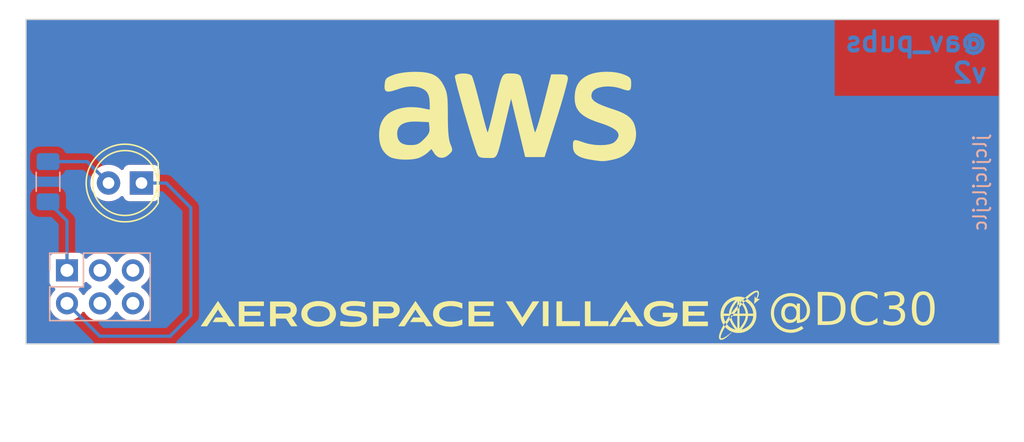
<source format=kicad_pcb>
(kicad_pcb (version 20220621) (generator pcbnew)
  (layers (0 "F.Cu" signal) (31 "B.Cu" signal) (34 "B.Paste" user) (35 "F.Paste" user) (36 "B.SilkS" user "B.Silkscreen") (37 "F.SilkS" user "F.Silkscreen") (38 "B.Mask" user) (39 "F.Mask" user) (44 "Edge.Cuts" user))
  (net 0 "")
  (net 1 "Net-(D1-K)")
  (net 2 "Net-(D1-A)")
  (net 3 "Net-(J1-Pin_1)")
  (footprint "LED_THT:LED_D5.0mm" (layer "F.Cu") (at 108.9 62.6 180)
    (fp_text reference "D1" hide)
    (fp_text value "LED")
  )
  (footprint "Connector_PinHeader_2.54mm:PinHeader_2x03_P2.54mm_Vertical" (layer "B.Cu") (at 103.16 69.33 -90)
    (fp_text reference "J1" hide)
    (fp_text value "Conn_02x03_Counter_Clockwise")
  )
  (footprint "Resistor_SMD:R_1206_3216Metric_Pad1.30x1.75mm_HandSolder" (layer "B.Cu") (at 101.7 62.5 -90)
    (fp_text reference "R1" hide)
    (fp_text value "R")
  )
  (gr_line (start 153.74701 72.576395) (end 153.740758 72.626782) (stroke (width 0.019843)) (layer "F.SilkS"))
  (gr_line (start 154.064432 71.929599) (end 154.031831 71.964758) (stroke (width 0.019843)) (layer "F.SilkS"))
  (gr_poly (pts (xy 130.157694 54.060088) (xy 130.375891 54.068177) (xy 130.578134 54.083335) (xy 130.765347 54.105999) (xy 130.938455 54.136605) (xy 131.098382 54.17559) (xy 131.246053 54.22339) (xy 131.382391 54.280441) (xy 131.508321 54.347179) (xy 131.624768 54.424041) (xy 131.732656 54.511464) (xy 131.832909 54.609884) (xy 131.926451 54.719736) (xy 132.014208 54.841457) (xy 132.097103 54.975485) (xy 132.176061 55.122254) (xy 132.223359 55.218712) (xy 132.265549 55.311429) (xy 132.302914 55.402565) (xy 132.335739 55.494281) (xy 132.364306 55.588737) (xy 132.388901 55.688094) (xy 132.409806 55.794513) (xy 132.427306 55.910154) (xy 132.441684 56.037177) (xy 132.453224 56.177743) (xy 132.46221 56.334013) (xy 132.468926 56.508147) (xy 132.473655 56.702305) (xy 132.476682 56.918649) (xy 132.478763 57.426533) (xy 132.481556 57.853635) (xy 132.490139 58.230179) (xy 132.504817 58.559471) (xy 132.525894 58.844818) (xy 132.553675 59.089523) (xy 132.588464 59.296894) (xy 132.608582 59.387612) (xy 132.630567 59.470236) (xy 132.654456 59.545179) (xy 132.680287 59.612855) (xy 132.713758 59.693769) (xy 132.742526 59.765849) (xy 132.766478 59.830027) (xy 132.7855 59.887234) (xy 132.799478 59.938403) (xy 132.804539 59.962014) (xy 132.808296 59.984465) (xy 132.810735 60.005873) (xy 132.811842 60.026353) (xy 132.811602 60.046022) (xy 132.810001 60.064997) (xy 132.807025 60.083394) (xy 132.802659 60.10133) (xy 132.79689 60.118921) (xy 132.789702 60.136283) (xy 132.781083 60.153534) (xy 132.771016 60.17079) (xy 132.759489 60.188166) (xy 132.746487 60.20578) (xy 132.716 60.242186) (xy 132.679441 60.280941) (xy 132.636697 60.322975) (xy 132.587653 60.369221) (xy 132.549755 60.403264) (xy 132.51171 60.434935) (xy 132.473553 60.464238) (xy 132.435318 60.491175) (xy 132.39704 60.515748) (xy 132.358754 60.53796) (xy 132.320494 60.557812) (xy 132.282295 60.575308) (xy 132.244191 60.590449) (xy 132.206217 60.603238) (xy 132.168408 60.613677) (xy 132.130799 60.621769) (xy 132.093423 60.627515) (xy 132.056316 60.630919) (xy 132.019513 60.631982) (xy 131.983047 60.630707) (xy 131.946954 60.627097) (xy 131.911268 60.621153) (xy 131.876023 60.612877) (xy 131.841255 60.602273) (xy 131.806998 60.589343) (xy 131.773287 60.574088) (xy 131.740156 60.556512) (xy 131.70764 60.536616) (xy 131.675773 60.514403) (xy 131.644591 60.489875) (xy 131.614127 60.463035) (xy 131.584417 60.433884) (xy 131.555494 60.402426) (xy 131.527395 60.368662) (xy 131.500152 60.332596) (xy 131.473802 60.294228) (xy 131.245097 59.94518) (xy 130.953827 60.217995) (xy 130.922191 60.246531) (xy 130.887587 60.275728) (xy 130.850359 60.305371) (xy 130.810849 60.335249) (xy 130.769401 60.365146) (xy 130.726359 60.39485) (xy 130.682067 60.424148) (xy 130.636867 60.452825) (xy 130.591104 60.480669) (xy 130.54512 60.507466) (xy 130.49926 60.533002) (xy 130.453866 60.557065) (xy 130.409283 60.57944) (xy 130.365854 60.599915) (xy 130.323922 60.618276) (xy 130.283831 60.634308) (xy 130.168165 60.67207) (xy 130.038335 60.703711) (xy 129.896643 60.729316) (xy 129.745389 60.748968) (xy 129.586874 60.762754) (xy 129.4234 60.770756) (xy 129.257266 60.773059) (xy 129.090773 60.769748) (xy 128.926223 60.760908) (xy 128.765917 60.746622) (xy 128.612154 60.726975) (xy 128.467237 60.702052) (xy 128.333465 60.671937) (xy 128.21314 60.636715) (xy 128.108563 60.596469) (xy 128.022034 60.551285) (xy 128.02202 60.551266) (xy 127.97283 60.519622) (xy 127.925257 60.486745) (xy 127.879298 60.452627) (xy 127.834948 60.417262) (xy 127.792204 60.380641) (xy 127.751062 60.342757) (xy 127.711519 60.303603) (xy 127.673571 60.263169) (xy 127.637215 60.22145) (xy 127.602446 60.178437) (xy 127.569262 60.134123) (xy 127.537658 60.0885) (xy 127.507631 60.041561) (xy 127.479178 59.993297) (xy 127.452294 59.943702) (xy 127.426977 59.892767) (xy 127.403222 59.840485) (xy 127.381026 59.786849) (xy 127.360385 59.73185) (xy 127.341295 59.675481) (xy 127.323754 59.617735) (xy 127.307757 59.558604) (xy 127.2933 59.49808) (xy 127.280381 59.436156) (xy 127.25914 59.308075) (xy 127.244003 59.174302) (xy 127.234942 59.034774) (xy 127.231928 58.889432) (xy 127.233624 58.79258) (xy 128.577267 58.79258) (xy 128.578247 58.849547) (xy 128.581192 58.904607) (xy 128.58611 58.957764) (xy 128.593009 59.009027) (xy 128.601895 59.058401) (xy 128.612776 59.105893) (xy 128.625659 59.15151) (xy 128.640554 59.195257) (xy 128.657465 59.237143) (xy 128.676402 59.277172) (xy 128.697372 59.315352) (xy 128.720382 59.35169) (xy 128.745439 59.386191) (xy 128.772552 59.418862) (xy 128.801728 59.449711) (xy 128.832973 59.478742) (xy 128.866297 59.505964) (xy 128.901706 59.531382) (xy 128.939207 59.555002) (xy 128.978809 59.576833) (xy 129.020518 59.596879) (xy 129.064343 59.615148) (xy 129.11029 59.631646) (xy 129.158367 59.64638) (xy 129.208583 59.659356) (xy 129.260943 59.67058) (xy 129.315456 59.68006) (xy 129.37213 59.687801) (xy 129.430971 59.693811) (xy 129.491988 59.698096) (xy 129.620576 59.701516) (xy 129.711102 59.700587) (xy 129.79462 59.697564) (xy 129.871948 59.69209) (xy 129.9439 59.683805) (xy 130.011292 59.672355) (xy 130.07494 59.65738) (xy 130.135658 59.638525) (xy 130.194263 59.615431) (xy 130.251569 59.587742) (xy 130.308393 59.5551) (xy 130.365549 59.517148) (xy 130.423853 59.473529) (xy 130.484122 59.423885) (xy 130.547169 59.36786) (xy 130.61381 59.305095) (xy 130.684862 59.235234) (xy 130.684862 59.23523) (xy 130.751806 59.167128) (xy 130.812158 59.103103) (xy 130.866176 59.042606) (xy 130.914115 58.985086) (xy 130.956233 58.929996) (xy 130.992786 58.876784) (xy 131.024029 58.824903) (xy 131.050221 58.773801) (xy 131.071617 58.72293) (xy 131.088473 58.671739) (xy 131.101046 58.619681) (xy 131.109593 58.566204) (xy 131.11437 58.51076) (xy 131.115633 58.452798) (xy 131.113639 58.39177) (xy 131.108644 58.327126) (xy 131.066144 57.885304) (xy 130.183267 57.8461) (xy 129.987125 57.841296) (xy 129.803959 57.844897) (xy 129.633725 57.85693) (xy 129.476378 57.877422) (xy 129.331874 57.906397) (xy 129.200169 57.943883) (xy 129.081218 57.989906) (xy 129.026512 58.016127) (xy 128.974977 58.044492) (xy 128.926609 58.075004) (xy 128.881401 58.107666) (xy 128.839349 58.142483) (xy 128.800446 58.179456) (xy 128.764687 58.21859) (xy 128.732067 58.259887) (xy 128.70258 58.303352) (xy 128.676221 58.348986) (xy 128.652983 58.396794) (xy 128.632862 58.446779) (xy 128.615851 58.498943) (xy 128.601946 58.553291) (xy 128.591141 58.609825) (xy 128.583429 58.668549) (xy 128.577267 58.79258) (xy 127.233624 58.79258) (xy 127.233909 58.776289) (xy 127.239854 58.666256) (xy 127.249765 58.559331) (xy 127.263644 58.455511) (xy 127.281493 58.354794) (xy 127.303315 58.257179) (xy 127.329111 58.162662) (xy 127.358885 58.071241) (xy 127.392639 57.982914) (xy 127.430374 57.897678) (xy 127.472093 57.815532) (xy 127.517798 57.736473) (xy 127.567492 57.660498) (xy 127.621177 57.587606) (xy 127.678854 57.517793) (xy 127.740527 57.451059) (xy 127.806198 57.3874) (xy 127.875868 57.326814) (xy 127.94954 57.269298) (xy 128.027217 57.214852) (xy 128.1089 57.163471) (xy 128.194592 57.115154) (xy 128.284295 57.069899) (xy 128.378011 57.027703) (xy 128.475743 56.988564) (xy 128.577493 56.952479) (xy 128.683263 56.919447) (xy 128.793055 56.889464) (xy 128.906872 56.86253) (xy 129.024715 56.83864) (xy 129.272493 56.799988) (xy 129.335181 56.793079) (xy 129.402617 56.787637) (xy 129.549225 56.781053) (xy 129.707305 56.780026) (xy 129.871845 56.784349) (xy 130.037834 56.793811) (xy 130.200259 56.808203) (xy 130.354111 56.827317) (xy 130.426254 56.838578) (xy 130.494375 56.850941) (xy 131.133412 56.976098) (xy 131.131586 56.556233) (xy 131.12932 56.429428) (xy 131.123562 56.310976) (xy 131.114148 56.20051) (xy 131.100915 56.09766) (xy 131.083699 56.00206) (xy 131.062339 55.913342) (xy 131.036671 55.831138) (xy 131.006531 55.755081) (xy 130.971756 55.684803) (xy 130.932184 55.619936) (xy 130.887652 55.560112) (xy 130.837995 55.504964) (xy 130.783052 55.454124) (xy 130.722658 55.407225) (xy 130.656651 55.363898) (xy 130.584869 55.323777) (xy 130.4916 55.279574) (xy 130.394354 55.241312) (xy 130.293302 55.208991) (xy 130.188617 55.18261) (xy 130.080472 55.162168) (xy 129.969039 55.147666) (xy 129.85449 55.139102) (xy 129.736998 55.136476) (xy 129.616736 55.139787) (xy 129.493876 55.149036) (xy 129.36859 55.164221) (xy 129.241051 55.185342) (xy 129.111431 55.212399) (xy 128.979903 55.245391) (xy 128.84664 55.284318) (xy 128.711813 55.329178) (xy 128.544825 55.386803) (xy 128.395226 55.435355) (xy 128.262186 55.474595) (xy 128.144872 55.504287) (xy 128.042453 55.524194) (xy 127.954098 55.534079) (xy 127.914934 55.535188) (xy 127.878974 55.533703) (xy 127.846114 55.529594) (xy 127.81625 55.522831) (xy 127.789278 55.513385) (xy 127.765094 55.501225) (xy 127.743595 55.486323) (xy 127.724675 55.468648) (xy 127.708232 55.448171) (xy 127.694161 55.424863) (xy 127.682358 55.398693) (xy 127.67272 55.369631) (xy 127.665142 55.33765) (xy 127.65952 55.302717) (xy 127.653731 55.223884) (xy 127.654519 55.132893) (xy 127.661054 55.029507) (xy 127.668532 54.948202) (xy 127.677145 54.875323) (xy 127.687592 54.81008) (xy 127.693722 54.780074) (xy 127.700572 54.751681) (xy 127.708231 54.724801) (xy 127.716784 54.699336) (xy 127.726321 54.675186) (xy 127.736927 54.652254) (xy 127.74869 54.630439) (xy 127.761698 54.609643) (xy 127.776037 54.589768) (xy 127.791796 54.570714) (xy 127.809061 54.552382) (xy 127.827921 54.534675) (xy 127.848461 54.517491) (xy 127.87077 54.500734) (xy 127.894935 54.484304) (xy 127.921043 54.468103) (xy 127.949182 54.45203) (xy 127.979438 54.435988) (xy 128.046654 54.4036) (xy 128.123389 54.370148) (xy 128.210342 54.334841) (xy 128.308212 54.296887) (xy 128.380216 54.271118) (xy 128.458032 54.24651) (xy 128.54124 54.223126) (xy 128.629421 54.201027) (xy 128.722154 54.180274) (xy 128.81902 54.160931) (xy 128.919599 54.143059) (xy 129.02347 54.12672) (xy 129.239414 54.098889) (xy 129.463492 54.077934) (xy 129.692346 54.06435) (xy 129.807515 54.060477) (xy 129.922618 54.058632)) (stroke (width 0.05)) (fill solid) (layer "F.SilkS"))
  (gr_line (start 155.756203 73.537723) (end 155.787369 73.501228) (stroke (width 0.019843)) (layer "F.SilkS"))
  (gr_line (start 154.355631 73.413674) (end 154.32034 73.34473) (stroke (width 0.019843)) (layer "F.SilkS"))
  (gr_line (start 155.412611 72.399494) (end 155.387945 72.332536) (stroke (width 0.019843)) (layer "F.SilkS"))
  (gr_line (start 154.170389 73.669892) (end 154.247362 73.727049) (stroke (width 0.019843)) (layer "F.SilkS"))
  (gr_line (start 154.37545 72.400998) (end 154.354474 72.468832) (stroke (width 0.019843)) (layer "F.SilkS"))
  (gr_line (start 155.556857 73.129447) (end 155.531117 73.202528) (stroke (width 0.019843)) (layer "F.SilkS"))
  (gr_line (start 155.190245 71.614889) (end 155.142368 71.603213) (stroke (width 0.019843)) (layer "F.SilkS"))
  (gr_line (start 155.961598 72.290295) (end 155.941762 72.245739) (stroke (width 0.019843)) (layer "F.SilkS"))
  (gr_line (start 154.459271 72.203272) (end 154.428179 72.268197) (stroke (width 0.019843)) (layer "F.SilkS"))
  (gr_line (start 155.756327 71.964833) (end 155.689746 71.895902) (stroke (width 0.019843)) (layer "F.SilkS"))
  (gr_line (start 155.182696 73.795082) (end 155.093546 73.908925) (stroke (width 0.019843)) (layer "F.SilkS"))
  (gr_line (start 154.179463 72.599807) (end 154.192068 72.522964) (stroke (width 0.019843)) (layer "F.SilkS"))
  (gr_line (start 156.032694 72.975778) (end 156.041024 72.926086) (stroke (width 0.019843)) (layer "F.SilkS"))
  (gr_line (start 154.821488 73.835304) (end 154.821488 72.824662) (stroke (width 0.019843)) (layer "F.SilkS"))
  (gr_line (start 155.359907 72.266638) (end 155.328827 72.201805) (stroke (width 0.019843)) (layer "F.SilkS"))
  (gr_line (start 154.433124 73.547126) (end 154.393348 73.481154) (stroke (width 0.019843)) (layer "F.SilkS"))
  (gr_line (start 155.093744 71.593556) (end 155.182829 71.70739) (stroke (width 0.019843)) (layer "F.SilkS"))
  (gr_line (start 155.093744 71.593556) (end 155.093744 71.593556) (stroke (width 0.019843)) (layer "F.SilkS"))
  (gr_line (start 155.13932 71.89382) (end 155.053748 71.778279) (stroke (width 0.019843)) (layer "F.SilkS"))
  (gr_line (start 153.916239 72.118293) (end 153.891274 72.159673) (stroke (width 0.019843)) (layer "F.SilkS"))
  (gr_line (start 155.395875 72.021327) (end 155.433767 72.088806) (stroke (width 0.019843)) (layer "F.SilkS"))
  (gr_line (start 156.051404 72.824662) (end 155.616032 72.824662) (stroke (width 0.019843)) (layer "F.SilkS"))
  (gr_line (start 154.031831 73.537723) (end 154.098422 73.606661) (stroke (width 0.019843)) (layer "F.SilkS"))
  (gr_line (start 155.359768 73.234186) (end 155.387817 73.168274) (stroke (width 0.019843)) (layer "F.SilkS"))
  (gr_line (start 155.616032 72.824662) (end 155.60857 72.902641) (stroke (width 0.019843)) (layer "F.SilkS"))
  (gr_line (start 154.400128 72.334113) (end 154.37545 72.400998) (stroke (width 0.019843)) (layer "F.SilkS"))
  (gr_line (start 153.75534 72.975778) (end 153.765702 73.02473) (stroke (width 0.019843)) (layer "F.SilkS"))
  (gr_poly (pts (xy 131.314354 73.621901) (xy 130.856757 73.621901) (xy 130.646413 73.302813) (xy 129.617714 73.302813) (xy 129.837184 72.969042) (xy 130.428926 72.969042) (xy 130.009032 72.327692) (xy 129.161308 73.621901) (xy 128.703313 73.621901) (xy 130.009032 71.708567)) (stroke (width 0.03)) (fill solid) (layer "F.SilkS"))
  (gr_line (start 155.616032 72.677819) (end 155.616032 72.677819) (stroke (width 0.019843)) (layer "F.SilkS"))
  (gr_line (start 154.607451 71.953896) (end 154.567494 72.01465) (stroke (width 0.019843)) (layer "F.SilkS"))
  (gr_line (start 153.970981 72.039038) (end 153.942823 72.078067) (stroke (width 0.019843)) (layer "F.SilkS"))
  (gr_line (start 153.765702 72.477751) (end 153.75534 72.526703) (stroke (width 0.019843)) (layer "F.SilkS"))
  (gr_line (start 156.041024 72.926086) (end 156.047275 72.875699) (stroke (width 0.019843)) (layer "F.SilkS"))
  (gr_line (start 153.73663 72.824662) (end 153.73663 72.824662) (stroke (width 0.019843)) (layer "F.SilkS"))
  (gr_line (start 155.190048 73.887624) (end 155.237133 73.873987) (stroke (width 0.019843)) (layer "F.SilkS"))
  (gr_line (start 155.271234 71.828103) (end 155.314226 71.890933) (stroke (width 0.019843)) (layer "F.SilkS"))
  (gr_line (start 155.416802 71.701964) (end 155.373353 71.680875) (stroke (width 0.019843)) (layer "F.SilkS"))
  (gr_line (start 155.387817 73.168274) (end 155.4125 73.101396) (stroke (width 0.019843)) (layer "F.SilkS"))
  (gr_line (start 155.595966 72.97946) (end 155.578601 73.055077) (stroke (width 0.019843)) (layer "F.SilkS"))
  (gr_line (start 155.617645 73.669892) (end 155.654277 73.639013) (stroke (width 0.019843)) (layer "F.SilkS"))
  (gr_line (start 154.694488 73.908925) (end 154.605484 73.795091) (stroke (width 0.019843)) (layer "F.SilkS"))
  (gr_line (start 153.73663 72.677819) (end 154.172002 72.677819) (stroke (width 0.019843)) (layer "F.SilkS"))
  (gr_line (start 154.734286 73.724056) (end 154.821488 73.835304) (stroke (width 0.019843)) (layer "F.SilkS"))
  (gr_line (start 155.689746 71.895902) (end 155.617791 71.832676) (stroke (width 0.019843)) (layer "F.SilkS"))
  (gr_poly (pts (xy 136.01891 72.064961) (xy 134.525865 72.064961) (xy 134.525865 72.522557) (xy 135.748637 72.522557) (xy 135.748637 72.819023) (xy 134.525865 72.819023) (xy 134.525865 73.299242) (xy 136.01891 73.299242) (xy 136.01891 73.621901) (xy 134.116689 73.621901) (xy 134.116689 71.738729) (xy 136.01891 71.738729)) (stroke (width 0.03)) (fill solid) (layer "F.SilkS"))
  (gr_line (start 154.28784 73.274363) (end 154.258499 73.202615) (stroke (width 0.019843)) (layer "F.SilkS"))
  (gr_poly (pts (xy 140.246588 73.613035) (xy 139.837808 73.613035) (xy 139.837808 71.729863) (xy 140.246588 71.729863)) (stroke (width 0.03)) (fill solid) (layer "F.SilkS"))
  (gr_line (start 155.995696 73.120228) (end 156.009984 73.072895) (stroke (width 0.019843)) (layer "F.SilkS"))
  (gr_poly (pts (xy 156.295686 70.895447) (xy 156.304039 70.895781) (xy 156.312504 70.896374) (xy 156.32108 70.897239) (xy 156.32534 70.897735) (xy 156.329638 70.898343) (xy 156.333972 70.899081) (xy 156.338344 70.899967) (xy 156.342753 70.901022) (xy 156.347199 70.902262) (xy 156.349436 70.902958) (xy 156.351683 70.903707) (xy 156.353939 70.904512) (xy 156.356204 70.905375) (xy 156.373666 70.911725) (xy 156.375824 70.912868) (xy 156.377979 70.91406) (xy 156.38013 70.915293) (xy 156.382273 70.916562) (xy 156.384408 70.917858) (xy 156.38653 70.919176) (xy 156.390732 70.921845) (xy 156.394893 70.924502) (xy 156.399016 70.927178) (xy 156.401053 70.928552) (xy 156.403066 70.929966) (xy 156.405051 70.93143) (xy 156.407004 70.932958) (xy 156.420894 70.947047) (xy 156.422702 70.948781) (xy 156.424412 70.950558) (xy 156.426033 70.952375) (xy 156.427573 70.954228) (xy 156.42904 70.956113) (xy 156.430445 70.958027) (xy 156.431794 70.959967) (xy 156.433098 70.96193) (xy 156.435602 70.965906) (xy 156.438028 70.969929) (xy 156.440444 70.973971) (xy 156.442921 70.978003) (xy 156.446992 70.986244) (xy 156.450592 70.994443) (xy 156.453747 71.002598) (xy 156.456483 71.010705) (xy 156.458825 71.018759) (xy 156.460801 71.026757) (xy 156.462436 71.034695) (xy 156.463757 71.04257) (xy 156.464789 71.050377) (xy 156.465559 71.058112) (xy 156.466093 71.065773) (xy 156.466417 71.073355) (xy 156.46654 71.088268) (xy 156.466138 71.10282) (xy 156.465241 71.117221) (xy 156.463915 71.131411) (xy 156.462193 71.1454) (xy 156.46011 71.159201) (xy 156.457702 71.172826) (xy 156.455004 71.186285) (xy 156.452049 71.199591) (xy 156.448874 71.212754) (xy 156.437369 71.254381) (xy 156.424512 71.295218) (xy 156.410424 71.335328) (xy 156.395221 71.374779) (xy 156.379023 71.413634) (xy 156.361949 71.451959) (xy 156.344116 71.489818) (xy 156.325644 71.527278) (xy 156.531027 71.541565) (xy 156.109149 71.897364) (xy 156.148638 71.346898) (xy 156.278813 71.502076) (xy 156.292723 71.464138) (xy 156.306076 71.42609) (xy 156.318728 71.387954) (xy 156.330531 71.349751) (xy 156.341338 71.311501) (xy 156.351004 71.273225) (xy 156.359381 71.234945) (xy 156.366324 71.196681) (xy 156.36807 71.184639) (xy 156.369573 71.172639) (xy 156.370817 71.160704) (xy 156.371781 71.148858) (xy 156.372448 71.137123) (xy 156.372798 71.125523) (xy 156.372814 71.114081) (xy 156.372476 71.10282) (xy 156.372201 71.097293) (xy 156.371822 71.09181) (xy 156.371338 71.086387) (xy 156.370745 71.081042) (xy 156.370044 71.075789) (xy 156.369232 71.070645) (xy 156.368306 71.065627) (xy 156.367267 71.060751) (xy 156.366111 71.056033) (xy 156.364836 71.05149) (xy 156.363443 71.047137) (xy 156.361927 71.042991) (xy 156.360289 71.039069) (xy 156.358525 71.035386) (xy 156.356635 71.031958) (xy 156.354616 71.028803) (xy 156.352521 71.025983) (xy 156.350393 71.023395) (xy 156.348219 71.02103) (xy 156.345984 71.018878) (xy 156.343675 71.016929) (xy 156.341277 71.015175) (xy 156.338778 71.013604) (xy 156.336161 71.012209) (xy 156.333415 71.010978) (xy 156.330525 71.009903) (xy 156.327476 71.008974) (xy 156.324255 71.008181) (xy 156.320849 71.007515) (xy 156.317242 71.006966) (xy 156.313421 71.006525) (xy 156.309373 71.006181) (xy 156.305142 71.006098) (xy 156.300788 71.006145) (xy 156.296319 71.006325) (xy 156.291743 71.006637) (xy 156.287066 71.007083) (xy 156.282297 71.007664) (xy 156.277444 71.00838) (xy 156.272513 71.009232) (xy 156.267512 71.010222) (xy 156.262449 71.011349) (xy 156.257331 71.012616) (xy 156.252167 71.014022) (xy 156.246962 71.01557) (xy 156.241726 71.017258) (xy 156.236465 71.019089) (xy 156.231188 71.021064) (xy 156.220615 71.024901) (xy 156.210032 71.029034) (xy 156.199444 71.033449) (xy 156.188856 71.03813) (xy 156.167693 71.04823) (xy 156.146579 71.059214) (xy 156.125549 71.07096) (xy 156.104637 71.083348) (xy 156.083879 71.096258) (xy 156.06331 71.109567) (xy 156.042762 71.1232) (xy 156.022342 71.137147) (xy 156.002047 71.151387) (xy 155.981876 71.165899) (xy 155.961826 71.180662) (xy 155.941894 71.195655) (xy 155.922078 71.210857) (xy 155.902377 71.226248) (xy 155.863363 71.257764) (xy 155.824745 71.289922) (xy 155.786507 71.322675) (xy 155.748638 71.355977) (xy 155.711121 71.389781) (xy 155.673944 71.424041) (xy 155.637093 71.45871) (xy 155.600553 71.493742) (xy 155.563049 71.529816) (xy 155.609285 71.556735) (xy 155.665222 71.59305) (xy 155.719273 71.631975) (xy 155.77135 71.673424) (xy 155.821367 71.717309) (xy 155.869238 71.763543) (xy 155.914877 71.812037) (xy 155.958196 71.862705) (xy 155.999111 71.915458) (xy 156.037535 71.97021) (xy 156.07338 72.026873) (xy 156.106562 72.085359) (xy 156.136993 72.14558) (xy 156.164587 72.20745) (xy 156.189259 72.270881) (xy 156.210921 72.335785) (xy 156.229487 72.402074) (xy 156.244871 72.469661) (xy 156.256987 72.538459) (xy 156.265748 72.60838) (xy 156.271067 72.679336) (xy 156.27286 72.75124) (xy 156.271067 72.823145) (xy 156.265748 72.894101) (xy 156.256987 72.964022) (xy 156.244871 73.03282) (xy 156.229487 73.100407) (xy 156.210921 73.166696) (xy 156.189259 73.2316) (xy 156.164587 73.29503) (xy 156.136993 73.3569) (xy 156.106562 73.417122) (xy 156.07338 73.475608) (xy 156.037535 73.53227) (xy 155.999111 73.587022) (xy 155.958196 73.639776) (xy 155.914877 73.690444) (xy 155.869238 73.738938) (xy 155.821367 73.785171) (xy 155.77135 73.829056) (xy 155.719273 73.870506) (xy 155.665222 73.909431) (xy 155.609285 73.945746) (xy 155.551547 73.979362) (xy 155.492094 74.010191) (xy 155.431013 74.038148) (xy 155.368391 74.063143) (xy 155.304313 74.085089) (xy 155.238866 74.103899) (xy 155.172136 74.119486) (xy 155.10421 74.131761) (xy 155.035174 74.140637) (xy 154.965113 74.146027) (xy 154.894116 74.147843) (xy 154.823118 74.146027) (xy 154.753056 74.140637) (xy 154.684017 74.131761) (xy 154.616087 74.119486) (xy 154.549353 74.103899) (xy 154.483901 74.085089) (xy 154.419817 74.063143) (xy 154.357188 74.038148) (xy 154.2961 74.010191) (xy 154.236639 73.979362) (xy 154.178893 73.945746) (xy 154.122947 73.909431) (xy 154.068888 73.870506) (xy 154.016802 73.829057) (xy 153.966775 73.785172) (xy 153.918895 73.738938) (xy 153.873247 73.690444) (xy 153.862363 73.677716) (xy 153.88916 73.632817) (xy 153.942459 73.546528) (xy 153.984468 73.48061) (xy 154.000665 73.501228) (xy 154.031831 73.537723) (xy 154.064432 73.572882) (xy 154.098422 73.606661) (xy 154.133757 73.639013) (xy 154.170389 73.669892) (xy 154.208272 73.699252) (xy 154.247362 73.727049) (xy 154.287612 73.753236) (xy 154.328975 73.777767) (xy 154.371407 73.800597) (xy 154.414862 73.821679) (xy 154.459293 73.840969) (xy 154.504654 73.85842) (xy 154.5509 73.873987) (xy 154.597985 73.887624) (xy 154.645863 73.899285) (xy 154.694488 73.908925) (xy 155.093546 73.908925) (xy 155.14217 73.899285) (xy 155.190048 73.887624) (xy 155.237133 73.873987) (xy 155.283379 73.85842) (xy 155.328741 73.840969) (xy 155.373172 73.821679) (xy 155.416626 73.800597) (xy 155.459058 73.777767) (xy 155.500422 73.753236) (xy 155.540672 73.727049) (xy 155.617645 73.669892) (xy 155.689611 73.606661) (xy 155.756203 73.537723) (xy 155.817053 73.463443) (xy 155.871795 73.384187) (xy 155.89676 73.342808) (xy 155.92006 73.300322) (xy 155.94165 73.256776) (xy 155.961483 73.212214) (xy 155.979514 73.166683) (xy 155.995696 73.120228) (xy 156.009984 73.072895) (xy 156.022332 73.02473) (xy 156.032694 72.975778) (xy 156.041024 72.926086) (xy 156.047275 72.875699) (xy 156.051404 72.824662) (xy 155.616032 72.824662) (xy 155.612968 72.863811) (xy 155.60857 72.902674) (xy 155.595966 72.979517) (xy 155.578601 73.05515) (xy 155.556857 73.12953) (xy 155.531117 73.202615) (xy 155.501763 73.274363) (xy 155.469177 73.34473) (xy 155.433742 73.413674) (xy 155.395839 73.481154) (xy 155.355852 73.547126) (xy 155.314161 73.611548) (xy 155.27115 73.674378) (xy 155.227201 73.735573) (xy 155.182696 73.795091) (xy 155.093546 73.908925) (xy 154.694488 73.908925) (xy 154.605541 73.795082) (xy 154.517469 73.67435) (xy 154.47468 73.611508) (xy 154.433211 73.547074) (xy 154.39343 73.48109) (xy 154.355706 73.4136) (xy 154.320404 73.344647) (xy 154.287893 73.274276) (xy 154.258539 73.202528) (xy 154.232712 73.129447) (xy 154.229585 73.118847) (xy 154.167196 73.20778) (xy 154.052741 73.375921) (xy 153.997023 73.460908) (xy 153.984468 73.48061) (xy 153.970981 73.463443) (xy 153.942823 73.424414) (xy 153.916239 73.384187) (xy 153.891274 73.342808) (xy 153.878229 73.319023) (xy 153.848029 73.368493) (xy 153.794871 73.457783) (xy 153.751323 73.533355) (xy 153.750562 73.532271) (xy 153.714708 73.475608) (xy 153.681518 73.417122) (xy 153.651079 73.3569) (xy 153.623477 73.29503) (xy 153.598799 73.2316) (xy 153.577131 73.166696) (xy 153.55856 73.100407) (xy 153.543171 73.03282) (xy 153.531052 72.964022) (xy 153.522288 72.894101) (xy 153.517081 72.824662) (xy 153.73663 72.824662) (xy 153.740758 72.875699) (xy 153.74701 72.926086) (xy 153.75534 72.975778) (xy 153.765702 73.02473) (xy 153.778049 73.072895) (xy 153.792337 73.120228) (xy 153.80852 73.166683) (xy 153.82655 73.212214) (xy 153.846383 73.256776) (xy 153.867973 73.300322) (xy 153.878229 73.319023) (xy 153.902127 73.279878) (xy 153.957337 73.191981) (xy 154.013931 73.105039) (xy 154.071766 73.018967) (xy 154.130702 72.933679) (xy 154.17657 72.868897) (xy 154.180054 72.902641) (xy 154.193102 72.97946) (xy 154.210776 73.055077) (xy 154.229585 73.118847) (xy 154.284069 73.041182) (xy 154.337913 72.96644) (xy 154.354474 73.033647) (xy 154.37545 73.101479) (xy 154.400128 73.168362) (xy 154.428179 73.234273) (xy 154.459271 73.299192) (xy 154.493074 73.363098) (xy 154.529258 73.425968) (xy 154.567494 73.487783) (xy 154.607451 73.54852) (xy 154.648798 73.608159) (xy 154.691205 73.666678) (xy 154.734343 73.724056) (xy 154.821488 73.835304) (xy 154.966546 73.835304) (xy 155.053748 73.724056) (xy 155.13932 73.608159) (xy 155.180671 73.54852) (xy 155.220627 73.487783) (xy 155.258857 73.425968) (xy 155.295034 73.363098) (xy 155.328827 73.299192) (xy 155.359907 73.234273) (xy 155.387945 73.168362) (xy 155.412611 73.101479) (xy 155.433577 73.033647) (xy 155.450512 72.964886) (xy 155.463087 72.895217) (xy 155.470974 72.824662) (xy 154.966546 72.824662) (xy 154.966546 73.835304) (xy 154.821488 73.835304) (xy 154.821488 72.824662) (xy 154.442796 72.824662) (xy 154.403845 72.876556) (xy 154.343564 72.958596) (xy 154.337913 72.96644) (xy 154.33753 72.964886) (xy 154.324948 72.895217) (xy 154.31706 72.824662) (xy 154.442796 72.824662) (xy 154.464972 72.795117) (xy 154.527006 72.714331) (xy 154.555542 72.677819) (xy 154.821488 72.677819) (xy 154.966546 72.677819) (xy 155.470974 72.677819) (xy 155.463087 72.606642) (xy 155.450512 72.536512) (xy 155.433577 72.467432) (xy 155.412611 72.399408) (xy 155.387945 72.332442) (xy 155.359907 72.26654) (xy 155.328827 72.201706) (xy 155.295034 72.137945) (xy 155.258857 72.07526) (xy 155.220627 72.013656) (xy 155.180671 71.953137) (xy 155.170827 71.93899) (xy 155.042349 72.083498) (xy 154.975522 72.160252) (xy 154.966546 72.170796) (xy 154.966546 72.677819) (xy 154.821488 72.677819) (xy 154.821488 72.343812) (xy 154.844305 72.315956) (xy 154.909532 72.237765) (xy 154.966546 72.170796) (xy 154.966546 71.891482) (xy 154.902872 71.960368) (xy 154.821488 72.052685) (xy 154.821488 72.343812) (xy 154.779766 72.394747) (xy 154.652456 72.553814) (xy 154.555542 72.677819) (xy 154.31706 72.677819) (xy 154.317255 72.676071) (xy 154.374606 72.598642) (xy 154.50189 72.435267) (xy 154.632218 72.27424) (xy 154.765807 72.115846) (xy 154.821488 72.052685) (xy 154.821488 71.667176) (xy 154.734286 71.778425) (xy 154.648714 71.894322) (xy 154.607363 71.953961) (xy 154.567407 72.014698) (xy 154.529176 72.076513) (xy 154.492999 72.139383) (xy 154.459206 72.203289) (xy 154.428126 72.268207) (xy 154.400088 72.334119) (xy 154.375422 72.401001) (xy 154.354457 72.468834) (xy 154.337522 72.537595) (xy 154.324946 72.607264) (xy 154.317255 72.676071) (xy 154.251305 72.765109) (xy 154.190595 72.849088) (xy 154.17657 72.868897) (xy 154.172002 72.824662) (xy 153.73663 72.824662) (xy 153.517081 72.824662) (xy 153.516967 72.823145) (xy 153.515174 72.75124) (xy 153.516967 72.679336) (xy 153.517081 72.677819) (xy 153.73663 72.677819) (xy 154.172002 72.677819) (xy 154.175066 72.638669) (xy 154.179463 72.599807) (xy 154.192068 72.522964) (xy 154.209433 72.447331) (xy 154.231177 72.37295) (xy 154.256917 72.299865) (xy 154.286271 72.228118) (xy 154.318856 72.157751) (xy 154.354292 72.088806) (xy 154.392194 72.021327) (xy 154.432182 71.955355) (xy 154.473872 71.890933) (xy 154.516883 71.828103) (xy 154.560832 71.766908) (xy 154.605338 71.70739) (xy 154.636987 71.666978) (xy 154.966546 71.666978) (xy 154.966546 71.891482) (xy 155.043629 71.80809) (xy 155.061963 71.789233) (xy 155.13932 71.893708) (xy 155.170827 71.93899) (xy 155.17737 71.931632) (xy 155.24574 71.856433) (xy 155.271515 71.828635) (xy 155.314161 71.890933) (xy 155.355852 71.955355) (xy 155.395839 72.021327) (xy 155.433742 72.088806) (xy 155.469177 72.157751) (xy 155.501763 72.228118) (xy 155.531117 72.299865) (xy 155.556857 72.37295) (xy 155.578601 72.447331) (xy 155.595966 72.522964) (xy 155.60857 72.599807) (xy 155.616032 72.677819) (xy 156.051404 72.677819) (xy 156.047275 72.626782) (xy 156.041024 72.576395) (xy 156.032694 72.526703) (xy 156.022332 72.477751) (xy 156.009984 72.429586) (xy 155.995696 72.382253) (xy 155.979514 72.335798) (xy 155.961483 72.290267) (xy 155.94165 72.245705) (xy 155.920061 72.202158) (xy 155.89676 72.159673) (xy 155.871795 72.118293) (xy 155.84521 72.078067) (xy 155.817053 72.039038) (xy 155.787369 72.001253) (xy 155.756203 71.964758) (xy 155.723602 71.929599) (xy 155.689611 71.89582) (xy 155.654277 71.863468) (xy 155.617645 71.832589) (xy 155.579761 71.803228) (xy 155.540672 71.775432) (xy 155.500422 71.749245) (xy 155.459058 71.724714) (xy 155.416626 71.701884) (xy 155.399194 71.693427) (xy 155.384744 71.70825) (xy 155.314828 71.781923) (xy 155.271515 71.828635) (xy 155.27115 71.828103) (xy 155.182696 71.70739) (xy 155.164332 71.683942) (xy 155.061963 71.789233) (xy 155.053748 71.778137) (xy 154.966546 71.666978) (xy 154.636987 71.666978) (xy 154.694488 71.593556) (xy 155.093546 71.593556) (xy 155.164332 71.683942) (xy 155.188296 71.659295) (xy 155.223845 71.624645) (xy 155.237133 71.628493) (xy 155.283379 71.64406) (xy 155.328741 71.661512) (xy 155.373172 71.680802) (xy 155.399194 71.693427) (xy 155.455598 71.635563) (xy 155.527498 71.564011) (xy 155.563049 71.529816) (xy 155.551547 71.523119) (xy 155.492094 71.492289) (xy 155.431013 71.464333) (xy 155.403331 71.453284) (xy 155.337088 71.514267) (xy 155.223845 71.624645) (xy 155.190048 71.614857) (xy 155.142171 71.603196) (xy 155.093546 71.593556) (xy 154.694488 71.593556) (xy 154.645864 71.603213) (xy 154.597987 71.614889) (xy 154.550905 71.628539) (xy 154.504662 71.644117) (xy 154.459305 71.661578) (xy 154.414879 71.680875) (xy 154.37143 71.701964) (xy 154.329003 71.724798) (xy 154.287645 71.749332) (xy 154.247402 71.77552) (xy 154.170441 71.832676) (xy 154.098487 71.895902) (xy 154.031905 71.964833) (xy 153.971063 72.039102) (xy 153.916326 72.118346) (xy 153.891362 72.159719) (xy 153.868061 72.202198) (xy 153.84647 72.245739) (xy 153.826634 72.290295) (xy 153.808599 72.335821) (xy 153.792411 72.38227) (xy 153.778116 72.429598) (xy 153.765759 72.477759) (xy 153.755386 72.526708) (xy 153.747043 72.576397) (xy 153.740776 72.626783) (xy 153.73663 72.677819) (xy 153.517081 72.677819) (xy 153.522288 72.60838) (xy 153.531052 72.538459) (xy 153.543171 72.469661) (xy 153.55856 72.402074) (xy 153.577131 72.335785) (xy 153.598799 72.270881) (xy 153.623477 72.20745) (xy 153.651079 72.14558) (xy 153.681518 72.085359) (xy 153.714708 72.026873) (xy 153.750562 71.97021) (xy 153.788994 71.915458) (xy 153.829918 71.862705) (xy 153.873247 71.812037) (xy 153.918895 71.763543) (xy 153.966775 71.717309) (xy 154.016802 71.673424) (xy 154.068888 71.631975) (xy 154.122947 71.59305) (xy 154.178893 71.556735) (xy 154.236639 71.523119) (xy 154.2961 71.492289) (xy 154.357187 71.464333) (xy 154.419817 71.439338) (xy 154.483901 71.417392) (xy 154.549353 71.398581) (xy 154.616087 71.382995) (xy 154.684017 71.37072) (xy 154.753056 71.361843) (xy 154.823118 71.356453) (xy 154.894116 71.354637) (xy 154.965113 71.356453) (xy 155.035174 71.361843) (xy 155.10421 71.37072) (xy 155.172136 71.382995) (xy 155.238866 71.398581) (xy 155.304313 71.417392) (xy 155.368391 71.439338) (xy 155.403331 71.453284) (xy 155.490222 71.37329) (xy 155.529545 71.339093) (xy 155.56925 71.305279) (xy 155.609363 71.271879) (xy 155.649914 71.238923) (xy 155.69093 71.206442) (xy 155.73244 71.174465) (xy 155.77447 71.143024) (xy 155.817048 71.112147) (xy 155.860537 71.08223) (xy 155.904473 71.052746) (xy 155.949208 71.024127) (xy 155.995097 70.996805) (xy 156.018584 70.983766) (xy 156.042492 70.971213) (xy 156.066865 70.959202) (xy 156.091748 70.947785) (xy 156.117184 70.937016) (xy 156.143218 70.926951) (xy 156.169893 70.917643) (xy 156.197255 70.909145) (xy 156.21117 70.905394) (xy 156.225532 70.902094) (xy 156.240341 70.899343) (xy 156.247912 70.898204) (xy 156.255596 70.897239) (xy 156.26339 70.89646) (xy 156.271297 70.895879) (xy 156.279315 70.895508) (xy 156.287445 70.89536)) (stroke (width 0.015)) (fill solid) (layer "F.SilkS"))
  (gr_line (start 154.517385 73.674378) (end 154.474592 73.611548) (stroke (width 0.019843)) (layer "F.SilkS"))
  (gr_line (start 156.051404 72.824662) (end 156.051404 72.824662) (stroke (width 0.019843)) (layer "F.SilkS"))
  (gr_line (start 155.237133 73.873987) (end 155.283379 73.85842) (stroke (width 0.019843)) (layer "F.SilkS"))
  (gr_poly (pts (xy 144.850277 54.054488) (xy 145.03971 54.062246) (xy 145.22664 54.07751) (xy 145.409358 54.100311) (xy 145.586156 54.130678) (xy 145.755326 54.168644) (xy 145.91516 54.214239) (xy 146.063948 54.267495) (xy 146.148284 54.301927) (xy 146.223537 54.334367) (xy 146.290211 54.365421) (xy 146.348807 54.395692) (xy 146.399828 54.425784) (xy 146.422655 54.440951) (xy 146.443777 54.456301) (xy 146.463256 54.471907) (xy 146.481156 54.487847) (xy 146.497538 54.504195) (xy 146.512467 54.521026) (xy 146.526004 54.538417) (xy 146.538212 54.556443) (xy 146.549155 54.575179) (xy 146.558895 54.594701) (xy 146.567495 54.615084) (xy 146.575017 54.636404) (xy 146.581525 54.658736) (xy 146.587081 54.682156) (xy 146.59559 54.732562) (xy 146.601046 54.788225) (xy 146.603951 54.84975) (xy 146.604807 54.91774) (xy 146.603868 55.020947) (xy 146.600568 55.111814) (xy 146.594187 55.190753) (xy 146.589616 55.225878) (xy 146.584005 55.258175) (xy 146.577264 55.287697) (xy 146.569302 55.314493) (xy 146.560029 55.338617) (xy 146.549356 55.360119) (xy 146.537193 55.37905) (xy 146.523448 55.395463) (xy 146.508033 55.409409) (xy 146.490856 55.420939) (xy 146.471829 55.430105) (xy 146.450861 55.436959) (xy 146.427861 55.441551) (xy 146.402741 55.443933) (xy 146.375409 55.444157) (xy 146.345776 55.442274) (xy 146.313752 55.438336) (xy 146.279246 55.432394) (xy 146.242168 55.424499) (xy 146.20243 55.414704) (xy 146.114607 55.389617) (xy 146.015057 55.357544) (xy 145.90306 55.318898) (xy 145.715265 55.25937) (xy 145.525085 55.211883) (xy 145.334243 55.17618) (xy 145.144463 55.152002) (xy 144.957469 55.139092) (xy 144.774984 55.137191) (xy 144.598731 55.146042) (xy 144.430435 55.165386) (xy 144.271819 55.194966) (xy 144.124606 55.234524) (xy 143.990521 55.283801) (xy 143.871286 55.34254) (xy 143.768626 55.410483) (xy 143.72405 55.447825) (xy 143.684265 55.487372) (xy 143.649484 55.52909) (xy 143.619925 55.572948) (xy 143.595802 55.618914) (xy 143.57733 55.666955) (xy 143.56321 55.715483) (xy 143.552193 55.762591) (xy 143.544385 55.808363) (xy 143.539892 55.852882) (xy 143.538822 55.89623) (xy 143.54128 55.938492) (xy 143.547373 55.979749) (xy 143.557207 56.020085) (xy 143.570889 56.059583) (xy 143.588524 56.098326) (xy 143.610221 56.136397) (xy 143.636083 56.173879) (xy 143.66622 56.210855) (xy 143.700735 56.247409) (xy 143.739737 56.283623) (xy 143.783331 56.319581) (xy 143.831623 56.355365) (xy 143.884721 56.391058) (xy 143.94273 56.426744) (xy 144.005757 56.462506) (xy 144.073908 56.498426) (xy 144.14729 56.534588) (xy 144.226009 56.571075) (xy 144.310172 56.60797) (xy 144.399884 56.645356) (xy 144.495253 56.683316) (xy 144.703384 56.76129) (xy 144.935417 56.842557) (xy 145.192202 56.927781) (xy 145.386845 56.993162) (xy 145.566993 57.058457) (xy 145.733211 57.124092) (xy 145.886066 57.190493) (xy 146.026123 57.258086) (xy 146.153949 57.327298) (xy 146.270109 57.398555) (xy 146.375169 57.472283) (xy 146.469695 57.548909) (xy 146.554252 57.628858) (xy 146.629408 57.712557) (xy 146.695727 57.800433) (xy 146.753775 57.892911) (xy 146.804119 57.990419) (xy 146.847324 58.093381) (xy 146.883956 58.202225) (xy 146.91483 58.315045) (xy 146.939659 58.426971) (xy 146.958519 58.537879) (xy 146.971486 58.64765) (xy 146.978639 58.756162) (xy 146.980055 58.863293) (xy 146.97581 58.968921) (xy 146.965982 59.072925) (xy 146.950648 59.175184) (xy 146.929885 59.275577) (xy 146.903771 59.373981) (xy 146.872382 59.470275) (xy 146.835795 59.564338) (xy 146.794088 59.656048) (xy 146.747338 59.745284) (xy 146.695622 59.831924) (xy 146.639017 59.915847) (xy 146.5776 59.996931) (xy 146.511449 60.075055) (xy 146.44064 60.150097) (xy 146.365252 60.221936) (xy 146.28536 60.290451) (xy 146.201042 60.355519) (xy 146.112376 60.41702) (xy 146.019438 60.474831) (xy 145.922305 60.528832) (xy 145.821055 60.578901) (xy 145.715765 60.624916) (xy 145.606513 60.666756) (xy 145.493374 60.704299) (xy 145.376426 60.737425) (xy 145.255747 60.766011) (xy 145.000292 60.819186) (xy 144.890135 60.840108) (xy 144.788792 60.857263) (xy 144.694087 60.870659) (xy 144.603847 60.880301) (xy 144.515895 60.886199) (xy 144.428057 60.888358) (xy 144.338158 60.886785) (xy 144.244023 60.881489) (xy 144.143477 60.872476) (xy 144.034345 60.859754) (xy 143.914452 60.843329) (xy 143.781624 60.823209) (xy 143.468459 60.771912) (xy 143.468459 60.771905) (xy 143.298391 60.740754) (xy 143.141662 60.706548) (xy 142.997947 60.669036) (xy 142.866917 60.627964) (xy 142.748248 60.583081) (xy 142.641611 60.534134) (xy 142.546681 60.480872) (xy 142.463131 60.423041) (xy 142.425521 60.392334) (xy 142.390633 60.36039) (xy 142.358427 60.327178) (xy 142.328862 60.292666) (xy 142.301896 60.256824) (xy 142.27749 60.219618) (xy 142.255602 60.181019) (xy 142.236191 60.140993) (xy 142.219217 60.09951) (xy 142.204638 60.056539) (xy 142.192414 60.012047) (xy 142.182505 59.966003) (xy 142.169465 59.869134) (xy 142.16519 59.765679) (xy 142.165681 59.671912) (xy 142.167864 59.590069) (xy 142.172804 59.519797) (xy 142.176641 59.488892) (xy 142.181566 59.460748) (xy 142.187713 59.435321) (xy 142.195214 59.412569) (xy 142.204203 59.392446) (xy 142.214813 59.374909) (xy 142.227178 59.359915) (xy 142.241429 59.347419) (xy 142.257701 59.337378) (xy 142.276126 59.329747) (xy 142.296837 59.324483) (xy 142.319968 59.321542) (xy 142.345651 59.320879) (xy 142.374021 59.322453) (xy 142.405209 59.326217) (xy 142.439349 59.332129) (xy 142.476574 59.340144) (xy 142.517018 59.35022) (xy 142.608092 59.376374) (xy 142.713635 59.410241) (xy 142.834714 59.451471) (xy 142.972392 59.499711) (xy 143.136956 59.552401) (xy 143.308442 59.597264) (xy 143.484989 59.634352) (xy 143.664737 59.663716) (xy 143.845824 59.685408) (xy 144.02639 59.699479) (xy 144.204574 59.705982) (xy 144.378515 59.704968) (xy 144.546353 59.696488) (xy 144.706226 59.680595) (xy 144.856274 59.657339) (xy 144.994635 59.626774) (xy 145.11945 59.58895) (xy 145.228857 59.543919) (xy 145.320995 59.491732) (xy 145.360007 59.462972) (xy 145.394003 59.432442) (xy 145.448023 59.376151) (xy 145.496444 59.320866) (xy 145.539237 59.266548) (xy 145.576369 59.213156) (xy 145.607809 59.160651) (xy 145.633524 59.108995) (xy 145.653483 59.058146) (xy 145.667654 59.008067) (xy 145.676005 58.958717) (xy 145.678505 58.910057) (xy 145.675122 58.862047) (xy 145.665824 58.814649) (xy 145.650579 58.767821) (xy 145.629356 58.721526) (xy 145.602122 58.675722) (xy 145.568846 58.630372) (xy 145.529497 58.585435) (xy 145.484041 58.540872) (xy 145.432449 58.496644) (xy 145.374687 58.45271) (xy 145.310724 58.409031) (xy 145.240528 58.365569) (xy 145.164068 58.322283) (xy 145.081312 58.279134) (xy 144.992227 58.236082) (xy 144.896783 58.193088) (xy 144.794947 58.150112) (xy 144.686687 58.107116) (xy 144.571973 58.064059) (xy 144.450771 58.020901) (xy 144.18878 57.934128) (xy 143.940124 57.851239) (xy 143.711356 57.766183) (xy 143.501947 57.678431) (xy 143.311364 57.587456) (xy 143.139079 57.492727) (xy 142.98456 57.393716) (xy 142.847275 57.289894) (xy 142.784931 57.236014) (xy 142.726696 57.180732) (xy 142.672504 57.123984) (xy 142.622289 57.065702) (xy 142.575986 57.00582) (xy 142.533526 56.944274) (xy 142.494845 56.880995) (xy 142.459875 56.815919) (xy 142.42855 56.748979) (xy 142.400805 56.680109) (xy 142.376572 56.609243) (xy 142.355786 56.536314) (xy 142.324286 56.384006) (xy 142.305775 56.222656) (xy 142.299723 56.051735) (xy 142.30335 55.893235) (xy 142.314319 55.742492) (xy 142.332767 55.599276) (xy 142.358829 55.463356) (xy 142.392639 55.334501) (xy 142.434333 55.21248) (xy 142.484046 55.097062) (xy 142.541913 54.988015) (xy 142.60807 54.885109) (xy 142.682652 54.788113) (xy 142.765793 54.696795) (xy 142.85763 54.610924) (xy 142.958297 54.530271) (xy 143.067929 54.454602) (xy 143.186662 54.383688) (xy 143.314631 54.317298) (xy 143.449713 54.2589) (xy 143.597668 54.20773) (xy 143.756787 54.163817) (xy 143.925362 54.127193) (xy 144.101684 54.097889) (xy 144.284045 54.075935) (xy 144.470736 54.061363) (xy 144.66005 54.054204)) (stroke (width 0.05)) (fill solid) (layer "F.SilkS"))
  (gr_line (start 155.501763 73.274276) (end 155.469177 73.344647) (stroke (width 0.019843)) (layer "F.SilkS"))
  (gr_line (start 154.31706 72.824662) (end 154.31706 72.824662) (stroke (width 0.019843)) (layer "F.SilkS"))
  (gr_line (start 155.89676 73.342808) (end 155.920061 73.300322) (stroke (width 0.019843)) (layer "F.SilkS"))
  (gr_line (start 154.31706 72.677819) (end 154.31706 72.677819) (stroke (width 0.019843)) (layer "F.SilkS"))
  (gr_line (start 153.891274 73.342808) (end 153.916239 73.384187) (stroke (width 0.019843)) (layer "F.SilkS"))
  (gr_line (start 154.324948 72.607264) (end 154.31706 72.677819) (stroke (width 0.019843)) (layer "F.SilkS"))
  (gr_line (start 155.142368 71.603213) (end 155.093744 71.593556) (stroke (width 0.019843)) (layer "F.SilkS"))
  (gr_line (start 155.60857 72.599807) (end 155.612968 72.638669) (stroke (width 0.019843)) (layer "F.SilkS"))
  (gr_line (start 154.328975 71.724714) (end 154.287612 71.749245) (stroke (width 0.019843)) (layer "F.SilkS"))
  (gr_poly (pts (xy 118.315111 72.064961) (xy 116.822068 72.064961) (xy 116.822068 72.522557) (xy 118.045236 72.522557) (xy 118.045236 72.819023) (xy 116.822068 72.819023) (xy 116.822068 73.299242) (xy 118.315111 73.299242) (xy 118.315111 73.621901) (xy 116.413287 73.621901) (xy 116.413287 71.738729) (xy 118.315111 71.738729)) (stroke (width 0.03)) (fill solid) (layer "F.SilkS"))
  (gr_line (start 155.093546 73.908925) (end 155.093546 73.908925) (stroke (width 0.019843)) (layer "F.SilkS"))
  (gr_line (start 153.867973 73.300322) (end 153.891274 73.342808) (stroke (width 0.019843)) (layer "F.SilkS"))
  (gr_poly (pts (xy 141.293544 73.26061) (xy 142.666336 73.26061) (xy 142.666336 73.613035) (xy 140.884367 73.613035) (xy 140.884367 71.729863) (xy 141.293544 71.729863)) (stroke (width 0.03)) (fill solid) (layer "F.SilkS"))
  (gr_line (start 154.966546 72.824662) (end 154.966546 73.835304) (stroke (width 0.019843)) (layer "F.SilkS"))
  (gr_line (start 155.463052 72.895184) (end 155.470974 72.824662) (stroke (width 0.019843)) (layer "F.SilkS"))
  (gr_line (start 154.529176 73.425968) (end 154.567407 73.487783) (stroke (width 0.019843)) (layer "F.SilkS"))
  (gr_line (start 154.529258 72.076477) (end 154.493074 72.139358) (stroke (width 0.019843)) (layer "F.SilkS"))
  (gr_line (start 154.256917 72.299865) (end 154.286271 72.228118) (stroke (width 0.019843)) (layer "F.SilkS"))
  (gr_line (start 155.433767 72.088806) (end 155.469194 72.157751) (stroke (width 0.019843)) (layer "F.SilkS"))
  (gr_line (start 155.295034 72.138044) (end 155.258857 72.075359) (stroke (width 0.019843)) (layer "F.SilkS"))
  (gr_line (start 154.098422 71.89582) (end 154.064432 71.929599) (stroke (width 0.019843)) (layer "F.SilkS"))
  (gr_line (start 155.314161 73.611508) (end 155.27115 73.67435) (stroke (width 0.019843)) (layer "F.SilkS"))
  (gr_line (start 153.740758 72.875699) (end 153.74701 72.926086) (stroke (width 0.019843)) (layer "F.SilkS"))
  (gr_line (start 155.328741 73.840969) (end 155.373172 73.821679) (stroke (width 0.019843)) (layer "F.SilkS"))
  (gr_line (start 155.096811 73.666661) (end 155.139208 73.608131) (stroke (width 0.019843)) (layer "F.SilkS"))
  (gr_line (start 153.970981 73.463443) (end 154.031831 73.537723) (stroke (width 0.019843)) (layer "F.SilkS"))
  (gr_line (start 155.871906 72.118346) (end 155.817169 72.039102) (stroke (width 0.019843)) (layer "F.SilkS"))
  (gr_line (start 154.400088 73.168362) (end 154.428126 73.234273) (stroke (width 0.019843)) (layer "F.SilkS"))
  (gr_line (start 154.180052 72.902674) (end 154.172002 72.824662) (stroke (width 0.019843)) (layer "F.SilkS"))
  (gr_line (start 155.28357 71.644117) (end 155.237327 71.628539) (stroke (width 0.019843)) (layer "F.SilkS"))
  (gr_line (start 154.231177 72.37295) (end 154.256917 72.299865) (stroke (width 0.019843)) (layer "F.SilkS"))
  (gr_line (start 154.459293 71.661512) (end 154.414862 71.680801) (stroke (width 0.019843)) (layer "F.SilkS"))
  (gr_line (start 154.821488 71.666978) (end 154.734343 71.778292) (stroke (width 0.019843)) (layer "F.SilkS"))
  (gr_poly (pts (xy 120.157847 71.73975) (xy 120.205549 71.742763) (xy 120.251325 71.747692) (xy 120.295197 71.754461) (xy 120.337192 71.762995) (xy 120.377333 71.773218) (xy 120.415645 71.785054) (xy 120.452153 71.798428) (xy 120.486882 71.813264) (xy 120.519855 71.829487) (xy 120.551098 71.84702) (xy 120.580636 71.865789) (xy 120.608493 71.885717) (xy 120.634693 71.906729) (xy 120.659261 71.92875) (xy 120.682223 71.951702) (xy 120.703602 71.975512) (xy 120.723423 72.000103) (xy 120.741711 72.0254) (xy 120.75849 72.051327) (xy 120.773786 72.077808) (xy 120.787622 72.104767) (xy 120.800023 72.13213) (xy 120.811015 72.15982) (xy 120.820621 72.187762) (xy 120.828866 72.21588) (xy 120.841373 72.272341) (xy 120.848733 72.328599) (xy 120.851143 72.384048) (xy 120.849812 72.427096) (xy 120.845766 72.470365) (xy 120.83892 72.51363) (xy 120.829191 72.556664) (xy 120.816494 72.599242) (xy 120.809006 72.62029) (xy 120.800746 72.641139) (xy 120.791702 72.661762) (xy 120.781863 72.682129) (xy 120.77122 72.702214) (xy 120.759762 72.721987) (xy 120.747479 72.741421) (xy 120.734359 72.760487) (xy 120.720393 72.779157) (xy 120.70557 72.797403) (xy 120.68988 72.815196) (xy 120.673312 72.832509) (xy 120.655855 72.849314) (xy 120.6375 72.865581) (xy 120.618236 72.881284) (xy 120.598051 72.896393) (xy 120.576937 72.910881) (xy 120.554882 72.924719) (xy 120.531876 72.937879) (xy 120.507908 72.950333) (xy 120.482968 72.962053) (xy 120.457046 72.97301) (xy 120.892019 73.621901) (xy 120.434423 73.621901) (xy 120.036754 73.032939) (xy 119.230304 73.032939) (xy 119.230304 73.621901) (xy 118.821523 73.621901) (xy 118.821523 72.672576) (xy 119.230702 72.672576) (xy 120.048662 72.672576) (xy 120.077082 72.672131) (xy 120.104026 72.670818) (xy 120.12953 72.668668) (xy 120.153634 72.665713) (xy 120.176375 72.661984) (xy 120.19779 72.657513) (xy 120.217917 72.652331) (xy 120.236794 72.646469) (xy 120.254458 72.63996) (xy 120.270947 72.632835) (xy 120.286298 72.625126) (xy 120.30055 72.616863) (xy 120.313739 72.608079) (xy 120.325904 72.598805) (xy 120.337082 72.589073) (xy 120.347311 72.578914) (xy 120.356629 72.568359) (xy 120.365072 72.557441) (xy 120.372679 72.54619) (xy 120.379488 72.534639) (xy 120.385535 72.522818) (xy 120.390859 72.51076) (xy 120.395497 72.498496) (xy 120.399488 72.486057) (xy 120.402868 72.473476) (xy 120.405675 72.460782) (xy 120.409721 72.435188) (xy 120.411928 72.409525) (xy 120.412597 72.384048) (xy 120.411928 72.360482) (xy 120.409721 72.336406) (xy 120.405675 72.3121) (xy 120.399488 72.287843) (xy 120.390859 72.263917) (xy 120.385535 72.252165) (xy 120.379487 72.240601) (xy 120.372679 72.22926) (xy 120.365072 72.218176) (xy 120.356628 72.207385) (xy 120.347311 72.196922) (xy 120.337082 72.186821) (xy 120.325904 72.177118) (xy 120.313739 72.167848) (xy 120.300549 72.159046) (xy 120.286298 72.150747) (xy 120.270946 72.142986) (xy 120.254457 72.135797) (xy 120.236793 72.129217) (xy 120.217917 72.12328) (xy 120.19779 72.11802) (xy 120.176375 72.113474) (xy 120.153634 72.109676) (xy 120.12953 72.10666) (xy 120.104025 72.104463) (xy 120.077082 72.103119) (xy 120.048662 72.102664) (xy 119.230702 72.102664) (xy 119.230702 72.672576) (xy 118.821523 72.672576) (xy 118.821523 71.738729) (xy 120.108192 71.738729)) (stroke (width 0.03)) (fill solid) (layer "F.SilkS"))
  (gr_line (start 154.247362 71.775432) (end 154.208272 71.803228) (stroke (width 0.019843)) (layer "F.SilkS"))
  (gr_line (start 153.792337 72.382253) (end 153.778049 72.429586) (stroke (width 0.019843)) (layer "F.SilkS"))
  (gr_line (start 154.821488 72.824662) (end 154.31706 72.824662) (stroke (width 0.019843)) (layer "F.SilkS"))
  (gr_line (start 156.032846 72.526708) (end 156.022474 72.477759) (stroke (width 0.019843)) (layer "F.SilkS"))
  (gr_line (start 153.82655 73.212214) (end 153.846383 73.256776) (stroke (width 0.019843)) (layer "F.SilkS"))
  (gr_line (start 155.89687 72.159719) (end 155.871906 72.118346) (stroke (width 0.019843)) (layer "F.SilkS"))
  (gr_line (start 155.180543 73.54848) (end 155.220487 73.48773) (stroke (width 0.019843)) (layer "F.SilkS"))
  (gr_line (start 154.966546 71.667176) (end 154.966546 71.667176) (stroke (width 0.019843)) (layer "F.SilkS"))
  (gr_line (start 153.73663 72.677819) (end 153.73663 72.677819) (stroke (width 0.019843)) (layer "F.SilkS"))
  (gr_line (start 154.392194 72.021327) (end 154.432182 71.955355) (stroke (width 0.019843)) (layer "F.SilkS"))
  (gr_line (start 155.469177 73.344647) (end 155.433742 73.4136) (stroke (width 0.019843)) (layer "F.SilkS"))
  (gr_line (start 156.047275 72.875699) (end 156.051404 72.824662) (stroke (width 0.019843)) (layer "F.SilkS"))
  (gr_line (start 154.208272 71.803228) (end 154.170389 71.832589) (stroke (width 0.019843)) (layer "F.SilkS"))
  (gr_line (start 154.371407 73.800597) (end 154.414862 73.821679) (stroke (width 0.019843)) (layer "F.SilkS"))
  (gr_line (start 154.474592 73.611548) (end 154.433124 73.547126) (stroke (width 0.019843)) (layer "F.SilkS"))
  (gr_line (start 154.209433 72.447331) (end 154.231177 72.37295) (stroke (width 0.019843)) (layer "F.SilkS"))
  (gr_line (start 154.31706 72.824662) (end 154.324946 72.895217) (stroke (width 0.019843)) (layer "F.SilkS"))
  (gr_poly (pts (xy 132.79892 71.708831) (xy 132.860135 71.710818) (xy 132.920052 71.714137) (xy 132.978718 71.718792) (xy 133.036182 71.724789) (xy 133.092492 71.732133) (xy 133.147696 71.74083) (xy 133.201842 71.750883) (xy 133.25498 71.7623) (xy 133.307156 71.775084) (xy 133.35842 71.789242) (xy 133.408819 71.804778) (xy 133.458402 71.821697) (xy 133.507217 71.840006) (xy 133.555313 71.859708) (xy 133.602737 71.88081) (xy 133.602737 72.267367) (xy 133.56686 72.247173) (xy 133.528328 72.227448) (xy 133.487199 72.208307) (xy 133.443533 72.189865) (xy 133.397391 72.172236) (xy 133.348833 72.155536) (xy 133.297917 72.139881) (xy 133.244705 72.125385) (xy 133.189255 72.112163) (xy 133.131629 72.10033) (xy 133.071885 72.090003) (xy 133.010083 72.081294) (xy 132.946284 72.074321) (xy 132.880548 72.069197) (xy 132.812933 72.066039) (xy 132.743501 72.064961) (xy 132.689688 72.065639) (xy 132.637278 72.067667) (xy 132.586293 72.071028) (xy 132.53675 72.075708) (xy 132.488672 72.081693) (xy 132.442077 72.088969) (xy 132.396985 72.09752) (xy 132.353417 72.107333) (xy 132.311393 72.118393) (xy 132.270932 72.130686) (xy 132.232054 72.144196) (xy 132.19478 72.158911) (xy 132.159129 72.174814) (xy 132.125122 72.191892) (xy 132.092778 72.210131) (xy 132.062118 72.229515) (xy 132.033161 72.25003) (xy 132.005927 72.271663) (xy 131.980436 72.294398) (xy 131.956709 72.31822) (xy 131.934766 72.343116) (xy 131.914625 72.369072) (xy 131.896308 72.396071) (xy 131.879834 72.424101) (xy 131.865224 72.453147) (xy 131.852496 72.483194) (xy 131.841672 72.514227) (xy 131.832771 72.546233) (xy 131.825813 72.579196) (xy 131.820819 72.613103) (xy 131.817807 72.647939) (xy 131.816799 72.683689) (xy 131.817797 72.719475) (xy 131.820778 72.754344) (xy 131.825728 72.788283) (xy 131.83263 72.821276) (xy 131.841469 72.853309) (xy 131.852229 72.884368) (xy 131.864895 72.914438) (xy 131.87945 72.943505) (xy 131.895878 72.971555) (xy 131.914165 72.998573) (xy 131.934294 73.024545) (xy 131.956249 73.049457) (xy 131.980015 73.073293) (xy 132.005575 73.096041) (xy 132.032915 73.117684) (xy 132.062018 73.13821) (xy 132.125451 73.175849) (xy 132.195749 73.208842) (xy 132.272784 73.237076) (xy 132.356431 73.260435) (xy 132.446564 73.278803) (xy 132.543056 73.292065) (xy 132.645782 73.300107) (xy 132.754615 73.302813) (xy 132.821014 73.301863) (xy 132.886446 73.299083) (xy 132.950735 73.294578) (xy 133.013705 73.288452) (xy 133.07518 73.280809) (xy 133.134984 73.271755) (xy 133.19294 73.261394) (xy 133.248873 73.249831) (xy 133.302605 73.23717) (xy 133.353962 73.223516) (xy 133.402766 73.208974) (xy 133.448842 73.193648) (xy 133.492013 73.177643) (xy 133.532104 73.161064) (xy 133.568938 73.144015) (xy 133.602338 73.126601) (xy 133.602338 73.490932) (xy 133.554876 73.511335) (xy 133.506673 73.530427) (xy 133.457699 73.548205) (xy 133.40792 73.56467) (xy 133.357303 73.579822) (xy 133.305817 73.593658) (xy 133.253429 73.60618) (xy 133.200106 73.617386) (xy 133.145815 73.627276) (xy 133.090525 73.63585) (xy 133.034202 73.643106) (xy 132.976814 73.649043) (xy 132.918328 73.653663) (xy 132.858713 73.656963) (xy 132.797935 73.658944) (xy 132.735961 73.659604) (xy 132.658494 73.658584) (xy 132.582909 73.655533) (xy 132.509244 73.650464) (xy 132.437537 73.64339) (xy 132.367825 73.634324) (xy 132.300146 73.623279) (xy 132.234538 73.610268) (xy 132.17104 73.595304) (xy 132.109689 73.5784) (xy 132.050522 73.559569) (xy 131.993578 73.538824) (xy 131.938895 73.516178) (xy 131.88651 73.491644) (xy 131.836462 73.465235) (xy 131.788787 73.436964) (xy 131.743525 73.406844) (xy 131.700712 73.374889) (xy 131.660387 73.34111) (xy 131.622588 73.305521) (xy 131.587352 73.268136) (xy 131.554717 73.228966) (xy 131.524722 73.188026) (xy 131.497403 73.145328) (xy 131.4728 73.100885) (xy 131.450949 73.05471) (xy 131.431889 73.006816) (xy 131.415657 72.957216) (xy 131.402291 72.905924) (xy 131.39183 72.852951) (xy 131.384311 72.798312) (xy 131.379772 72.742019) (xy 131.37825 72.684085) (xy 131.378252 72.684085) (xy 131.379774 72.626151) (xy 131.384313 72.569858) (xy 131.391833 72.515219) (xy 131.402294 72.462246) (xy 131.41566 72.410953) (xy 131.431893 72.361352) (xy 131.450955 72.313457) (xy 131.472808 72.26728) (xy 131.497414 72.222834) (xy 131.524735 72.180133) (xy 131.554735 72.139188) (xy 131.587374 72.100014) (xy 131.622616 72.062623) (xy 131.660422 72.027028) (xy 131.700754 71.993241) (xy 131.743575 71.961277) (xy 131.788847 71.931147) (xy 131.836533 71.902865) (xy 131.886594 71.876444) (xy 131.938992 71.851896) (xy 132.050651 71.808473) (xy 132.171208 71.772699) (xy 132.300358 71.744679) (xy 132.437802 71.724515) (xy 132.583236 71.71231) (xy 132.736357 71.70817)) (stroke (width 0.03)) (fill solid) (layer "F.SilkS"))
  (gr_line (start 155.220627 72.013756) (end 155.180671 71.953242) (stroke (width 0.019843)) (layer "F.SilkS"))
  (gr_poly (pts (xy 143.484296 73.26061) (xy 144.857086 73.26061) (xy 144.857086 73.613035) (xy 143.075513 73.613035) (xy 143.075513 71.729863) (xy 143.484296 71.729863)) (stroke (width 0.03)) (fill solid) (layer "F.SilkS"))
  (gr_poly (pts (xy 138.247134 73.00542) (xy 139.042471 71.729863) (xy 139.522688 71.729863) (xy 138.247134 73.650738) (xy 136.979117 71.729863) (xy 137.463305 71.729863)) (stroke (width 0.03)) (fill solid) (layer "F.SilkS"))
  (gr_line (start 154.432182 71.955355) (end 154.473872 71.890933) (stroke (width 0.019843)) (layer "F.SilkS"))
  (gr_line (start 155.941762 72.245739) (end 155.920171 72.202198) (stroke (width 0.019843)) (layer "F.SilkS"))
  (gr_line (start 155.053748 71.778279) (end 154.966546 71.667176) (stroke (width 0.019843)) (layer "F.SilkS"))
  (gr_line (start 155.180671 71.953242) (end 155.13932 71.89382) (stroke (width 0.019843)) (layer "F.SilkS"))
  (gr_line (start 153.80852 72.335798) (end 153.792337 72.382253) (stroke (width 0.019843)) (layer "F.SilkS"))
  (gr_line (start 154.133757 71.863468) (end 154.098422 71.89582) (stroke (width 0.019843)) (layer "F.SilkS"))
  (gr_line (start 153.942823 72.078067) (end 153.916239 72.118293) (stroke (width 0.019843)) (layer "F.SilkS"))
  (gr_line (start 154.567494 72.01465) (end 154.529258 72.076477) (stroke (width 0.019843)) (layer "F.SilkS"))
  (gr_line (start 154.428126 73.234273) (end 154.459206 73.299192) (stroke (width 0.019843)) (layer "F.SilkS"))
  (gr_line (start 155.500587 71.749332) (end 155.459229 71.724798) (stroke (width 0.019843)) (layer "F.SilkS"))
  (gr_line (start 155.470974 72.677819) (end 155.463087 72.606675) (stroke (width 0.019843)) (layer "F.SilkS"))
  (gr_line (start 155.961483 73.212214) (end 155.979514 73.166683) (stroke (width 0.019843)) (layer "F.SilkS"))
  (gr_line (start 154.172002 72.824662) (end 153.73663 72.824662) (stroke (width 0.019843)) (layer "F.SilkS"))
  (gr_line (start 154.605338 71.70739) (end 154.694488 71.593556) (stroke (width 0.019843)) (layer "F.SilkS"))
  (gr_line (start 155.053683 73.724048) (end 155.096811 73.666661) (stroke (width 0.019843)) (layer "F.SilkS"))
  (gr_line (start 155.979633 72.335821) (end 155.961598 72.290295) (stroke (width 0.019843)) (layer "F.SilkS"))
  (gr_line (start 155.616032 72.677819) (end 156.051602 72.677819) (stroke (width 0.019843)) (layer "F.SilkS"))
  (gr_line (start 154.966546 71.667176) (end 154.966546 72.677819) (stroke (width 0.019843)) (layer "F.SilkS"))
  (gr_line (start 154.354292 72.088806) (end 154.392194 72.021327) (stroke (width 0.019843)) (layer "F.SilkS"))
  (gr_line (start 154.375422 73.101479) (end 154.400088 73.168362) (stroke (width 0.019843)) (layer "F.SilkS"))
  (gr_line (start 154.287612 73.753236) (end 154.328975 73.777767) (stroke (width 0.019843)) (layer "F.SilkS"))
  (gr_line (start 154.966546 73.835304) (end 154.966546 73.835304) (stroke (width 0.019843)) (layer "F.SilkS"))
  (gr_poly (pts (xy 137.381175 54.18562) (xy 137.460828 54.18638) (xy 137.53498 54.188704) (xy 137.603827 54.192655) (xy 137.667566 54.198297) (xy 137.726391 54.205693) (xy 137.780498 54.214907) (xy 137.830084 54.226003) (xy 137.875343 54.239045) (xy 137.916473 54.254095) (xy 137.953667 54.271219) (xy 137.987124 54.290478) (xy 138.017037 54.311938) (xy 138.043603 54.335662) (xy 138.067018 54.361713) (xy 138.087478 54.390155) (xy 138.105177 54.421052) (xy 138.119693 54.455155) (xy 138.138298 54.508161) (xy 138.186624 54.666393) (xy 138.24785 54.886781) (xy 138.319674 55.160358) (xy 138.399791 55.478159) (xy 138.485897 55.831215) (xy 138.575689 56.21056) (xy 138.666863 56.607228) (xy 138.845814 57.378926) (xy 139.006552 58.038033) (xy 139.131484 58.51461) (xy 139.175025 58.662593) (xy 139.203017 58.738717) (xy 139.208673 58.745062) (xy 139.21577 58.745348) (xy 139.224264 58.739705) (xy 139.234114 58.728264) (xy 139.257714 58.688515) (xy 139.286236 58.627147) (xy 139.319345 58.545211) (xy 139.356706 58.443753) (xy 139.397983 58.323823) (xy 139.442844 58.186469) (xy 139.541971 57.863682) (xy 139.651409 57.483779) (xy 139.76848 57.055148) (xy 139.890503 56.586175) (xy 140.483519 54.252884) (xy 141.088921 54.252884) (xy 141.178911 54.253443) (xy 141.260047 54.255251) (xy 141.332798 54.258505) (xy 141.397631 54.263402) (xy 141.455014 54.270139) (xy 141.505415 54.278912) (xy 141.549301 54.289918) (xy 141.587141 54.303354) (xy 141.619401 54.319418) (xy 141.633586 54.328496) (xy 141.64655 54.338305) (xy 141.658355 54.348869) (xy 141.669056 54.360213) (xy 141.678714 54.372361) (xy 141.687386 54.385338) (xy 141.702008 54.413878) (xy 141.71339 54.446029) (xy 141.722 54.481988) (xy 141.728304 54.521952) (xy 141.727033 54.564368) (xy 141.716506 54.635038) (xy 141.669489 54.854661) (xy 141.590857 55.167853) (xy 141.484215 55.561647) (xy 141.353167 56.023076) (xy 141.201316 56.539173) (xy 141.032268 57.09697) (xy 140.849627 57.683499) (xy 139.936968 60.575978) (xy 138.481557 60.575978) (xy 137.928984 58.288899) (xy 137.376412 56.001824) (xy 136.93929 57.835206) (xy 136.523214 59.574937) (xy 136.450624 59.85296) (xy 136.385386 60.078869) (xy 136.324892 60.257989) (xy 136.266533 60.395647) (xy 136.207699 60.497166) (xy 136.14578 60.567872) (xy 136.078168 60.61309) (xy 136.002252 60.638145) (xy 135.915425 60.648363) (xy 135.815077 60.649068) (xy 135.563378 60.643242) (xy 135.363591 60.640972) (xy 135.279384 60.637644) (xy 135.204612 60.632419) (xy 135.138509 60.62497) (xy 135.080309 60.614972) (xy 135.029244 60.602097) (xy 134.984549 60.58602) (xy 134.964351 60.576678) (xy 134.945457 60.566413) (xy 134.927773 60.555184) (xy 134.911202 60.54295) (xy 134.895648 60.529671) (xy 134.881016 60.515305) (xy 134.854134 60.483152) (xy 134.829789 60.446163) (xy 134.807215 60.404013) (xy 134.785644 60.356374) (xy 134.764311 60.302922) (xy 134.764311 60.302926) (xy 134.569814 59.740515) (xy 134.316154 58.936638) (xy 133.739924 56.985074) (xy 133.252786 55.209414) (xy 133.110489 54.625417) (xy 133.076534 54.451004) (xy 133.0719 54.370839) (xy 133.082925 54.349437) (xy 133.098868 54.32934) (xy 133.11942 54.310552) (xy 133.144271 54.293076) (xy 133.173111 54.276917) (xy 133.20563 54.262079) (xy 133.241518 54.248566) (xy 133.280466 54.236383) (xy 133.366301 54.216022) (xy 133.460656 54.20103) (xy 133.561053 54.19144) (xy 133.665013 54.187286) (xy 133.770057 54.188602) (xy 133.873707 54.195421) (xy 133.973484 54.207777) (xy 134.06691 54.225703) (xy 134.151506 54.249234) (xy 134.189719 54.263112) (xy 134.224794 54.278403) (xy 134.256422 54.295112) (xy 134.284294 54.313243) (xy 134.308099 54.332801) (xy 134.327529 54.353789) (xy 134.343744 54.381912) (xy 134.364782 54.430817) (xy 134.390307 54.49933) (xy 134.419986 54.586279) (xy 134.490472 54.810795) (xy 134.573568 55.094985) (xy 134.666603 55.429467) (xy 134.766908 55.804861) (xy 134.871812 56.211786) (xy 134.978644 56.640862) (xy 135.185556 57.46358) (xy 135.365765 58.137286) (xy 135.439806 58.396534) (xy 135.499911 58.592459) (xy 135.543662 58.716371) (xy 135.558647 58.748606) (xy 135.568637 58.759579) (xy 135.572905 58.756975) (xy 135.578297 58.749266) (xy 135.592319 58.719043) (xy 135.610431 58.669928) (xy 135.632365 58.60294) (xy 135.686615 58.419409) (xy 135.752909 58.17659) (xy 135.829087 57.88262) (xy 135.912987 57.54564) (xy 136.00245 57.173789) (xy 136.095317 56.775204) (xy 136.299479 55.884899) (xy 136.456774 55.225879) (xy 136.52323 54.972257) (xy 136.58443 54.763445) (xy 136.642528 54.595104) (xy 136.699678 54.462899) (xy 136.758033 54.36249) (xy 136.819747 54.289541) (xy 136.886974 54.239715) (xy 136.961867 54.208675) (xy 137.046579 54.192082) (xy 137.143266 54.185601)) (stroke (width 0.05)) (fill solid) (layer "F.SilkS"))
  (gr_line (start 154.607363 73.54852) (end 154.648714 73.608159) (stroke (width 0.019843)) (layer "F.SilkS"))
  (gr_line (start 154.428179 72.268197) (end 154.400128 72.334113) (stroke (width 0.019843)) (layer "F.SilkS"))
  (gr_line (start 155.328927 71.661578) (end 155.28357 71.644117) (stroke (width 0.019843)) (layer "F.SilkS"))
  (gr_line (start 155.373172 73.821679) (end 155.416626 73.800597) (stroke (width 0.019843)) (layer "F.SilkS"))
  (gr_line (start 155.450447 72.964829) (end 155.463052 72.895184) (stroke (width 0.019843)) (layer "F.SilkS"))
  (gr_line (start 154.473872 71.890933) (end 154.516883 71.828103) (stroke (width 0.019843)) (layer "F.SilkS"))
  (gr_line (start 153.846383 73.256776) (end 153.867973 73.300322) (stroke (width 0.019843)) (layer "F.SilkS"))
  (gr_line (start 154.098422 73.606661) (end 154.170389 73.669892) (stroke (width 0.019843)) (layer "F.SilkS"))
  (gr_poly (pts (xy 152.521537 72.056492) (xy 151.028491 72.056492) (xy 151.028491 72.514088) (xy 152.251663 72.514088) (xy 152.251663 72.810554) (xy 151.028491 72.810554) (xy 151.028491 73.290376) (xy 152.521537 73.290376) (xy 152.521537 73.613035) (xy 150.619708 73.613035) (xy 150.619708 71.729863) (xy 152.521537 71.729863)) (stroke (width 0.03)) (fill solid) (layer "F.SilkS"))
  (gr_poly (pts (xy 128.092569 71.739729) (xy 128.140272 71.742678) (xy 128.186047 71.747505) (xy 128.229919 71.754137) (xy 128.271913 71.7625) (xy 128.312053 71.772522) (xy 128.350363 71.784129) (xy 128.386869 71.79725) (xy 128.421595 71.81181) (xy 128.454566 71.827738) (xy 128.485805 71.84496) (xy 128.515338 71.863403) (xy 128.543189 71.882995) (xy 128.569382 71.903662) (xy 128.593943 71.925332) (xy 128.616896 71.947932) (xy 128.638265 71.971389) (xy 128.658075 71.99563) (xy 128.676351 72.020582) (xy 128.693116 72.046172) (xy 128.708396 72.072327) (xy 128.722216 72.098975) (xy 128.734599 72.126043) (xy 128.74557 72.153457) (xy 128.755154 72.181146) (xy 128.763376 72.209035) (xy 128.77026 72.237052) (xy 128.77583 72.265124) (xy 128.783128 72.321143) (xy 128.785468 72.376507) (xy 128.783063 72.431912) (xy 128.775715 72.488044) (xy 128.763228 72.54431) (xy 128.745402 72.600115) (xy 128.722039 72.654868) (xy 128.708219 72.681663) (xy 128.69294 72.707973) (xy 128.676179 72.733723) (xy 128.657909 72.758838) (xy 128.638106 72.783245) (xy 128.616746 72.806869) (xy 128.593803 72.829636) (xy 128.569253 72.851472) (xy 128.543071 72.872302) (xy 128.515232 72.892053) (xy 128.485711 72.910651) (xy 128.454484 72.92802) (xy 128.421526 72.944088) (xy 128.386812 72.958779) (xy 128.350318 72.972019) (xy 128.312018 72.983735) (xy 128.271887 72.993852) (xy 128.229902 73.002296) (xy 128.186037 73.008993) (xy 128.140267 73.013868) (xy 128.092568 73.016848) (xy 128.042914 73.017857) (xy 127.157486 73.017857) (xy 127.157486 73.621901) (xy 126.748705 73.621901) (xy 126.748705 72.661464) (xy 127.157883 72.661464) (xy 127.956791 72.661464) (xy 127.987286 72.661008) (xy 128.016216 72.659663) (xy 128.043619 72.657464) (xy 128.069536 72.654445) (xy 128.094005 72.65064) (xy 128.117065 72.646083) (xy 128.138755 72.64081) (xy 128.159116 72.634854) (xy 128.178185 72.62825) (xy 128.196002 72.621032) (xy 128.212606 72.613235) (xy 128.228036 72.604893) (xy 128.242332 72.596039) (xy 128.255533 72.58671) (xy 128.267677 72.576938) (xy 128.278804 72.566759) (xy 128.288954 72.556207) (xy 128.298165 72.545316) (xy 128.306476 72.53412) (xy 128.313927 72.522654) (xy 128.320557 72.510953) (xy 128.326405 72.49905) (xy 128.33151 72.48698) (xy 128.335911 72.474777) (xy 128.339648 72.462476) (xy 128.34276 72.450112) (xy 128.347263 72.425328) (xy 128.349736 72.400702) (xy 128.35049 72.376507) (xy 128.349736 72.352942) (xy 128.347263 72.328865) (xy 128.34276 72.304559) (xy 128.335911 72.280302) (xy 128.326405 72.256376) (xy 128.313927 72.23306) (xy 128.306476 72.221719) (xy 128.298165 72.210635) (xy 128.288954 72.199844) (xy 128.278804 72.189381) (xy 128.267677 72.17928) (xy 128.255533 72.169578) (xy 128.242332 72.160308) (xy 128.228036 72.151506) (xy 128.212606 72.143206) (xy 128.196002 72.135445) (xy 128.178185 72.128257) (xy 128.159116 72.121676) (xy 128.138755 72.115739) (xy 128.117065 72.11048) (xy 128.094005 72.105933) (xy 128.069536 72.102135) (xy 128.043619 72.09912) (xy 128.016216 72.096923) (xy 127.987286 72.095579) (xy 127.956791 72.095123) (xy 127.157883 72.095123) (xy 127.157883 72.661464) (xy 126.748705 72.661464) (xy 126.748705 71.738729) (xy 128.042914 71.738729)) (stroke (width 0.03)) (fill solid) (layer "F.SilkS"))
  (gr_line (start 155.355852 73.547074) (end 155.314161 73.611508) (stroke (width 0.019843)) (layer "F.SilkS"))
  (gr_line (start 155.579761 73.699252) (end 155.617645 73.669892) (stroke (width 0.019843)) (layer "F.SilkS"))
  (gr_poly (pts (xy 116.098168 73.621901) (xy 115.640571 73.621901) (xy 115.430227 73.302813) (xy 114.405496 73.302813) (xy 114.624967 72.969042) (xy 115.21274 72.969042) (xy 114.792846 72.327692) (xy 114.372556 72.969042) (xy 114.372952 72.969042) (xy 114.15348 73.302813) (xy 114.151099 73.302813) (xy 113.944724 73.621901) (xy 113.487127 73.621901) (xy 114.792846 71.708567)) (stroke (width 0.03)) (fill solid) (layer "F.SilkS"))
  (gr_line (start 155.531123 72.299865) (end 155.55686 72.37295) (stroke (width 0.019843)) (layer "F.SilkS"))
  (gr_line (start 155.84521 73.424414) (end 155.871795 73.384187) (stroke (width 0.019843)) (layer "F.SilkS"))
  (gr_line (start 155.501773 72.228118) (end 155.531123 72.299865) (stroke (width 0.019843)) (layer "F.SilkS"))
  (gr_line (start 154.337522 72.964886) (end 154.354457 73.033647) (stroke (width 0.019843)) (layer "F.SilkS"))
  (gr_line (start 155.787369 73.501228) (end 155.817053 73.463443) (stroke (width 0.019843)) (layer "F.SilkS"))
  (gr_line (start 155.920171 72.202198) (end 155.89687 72.159719) (stroke (width 0.019843)) (layer "F.SilkS"))
  (gr_line (start 156.051602 72.677819) (end 156.047457 72.626783) (stroke (width 0.019843)) (layer "F.SilkS"))
  (gr_line (start 154.286271 72.228118) (end 154.318856 72.157751) (stroke (width 0.019843)) (layer "F.SilkS"))
  (gr_line (start 156.022332 73.02473) (end 156.032694 72.975778) (stroke (width 0.019843)) (layer "F.SilkS"))
  (gr_line (start 154.328975 73.777767) (end 154.371407 73.800597) (stroke (width 0.019843)) (layer "F.SilkS"))
  (gr_line (start 154.605484 73.795091) (end 154.561139 73.735573) (stroke (width 0.019843)) (layer "F.SilkS"))
  (gr_line (start 155.139208 73.608131) (end 155.180543 73.54848) (stroke (width 0.019843)) (layer "F.SilkS"))
  (gr_line (start 154.393348 73.481154) (end 154.355631 73.413674) (stroke (width 0.019843)) (layer "F.SilkS"))
  (gr_line (start 155.617791 71.832676) (end 155.54083 71.77552) (stroke (width 0.019843)) (layer "F.SilkS"))
  (gr_line (start 154.493074 72.139358) (end 154.459271 72.203272) (stroke (width 0.019843)) (layer "F.SilkS"))
  (gr_line (start 155.55686 72.37295) (end 155.578602 72.447331) (stroke (width 0.019843)) (layer "F.SilkS"))
  (gr_line (start 153.82655 72.290267) (end 153.80852 72.335798) (stroke (width 0.019843)) (layer "F.SilkS"))
  (gr_line (start 155.459058 73.777767) (end 155.500422 73.753236) (stroke (width 0.019843)) (layer "F.SilkS"))
  (gr_line (start 155.500422 73.753236) (end 155.540672 73.727049) (stroke (width 0.019843)) (layer "F.SilkS"))
  (gr_poly (pts (xy 153.788994 73.587022) (xy 153.829918 73.639776) (xy 153.862363 73.677716) (xy 153.837237 73.719814) (xy 153.786779 73.807597) (xy 153.737473 73.895828) (xy 153.71352 73.940203) (xy 153.690177 73.984802) (xy 153.667549 74.029661) (xy 153.645745 74.074818) (xy 153.624814 74.120088) (xy 153.60465 74.165774) (xy 153.585575 74.211753) (xy 153.567908 74.257902) (xy 153.551972 74.304097) (xy 153.544753 74.327173) (xy 153.538087 74.350215) (xy 153.532014 74.373207) (xy 153.526573 74.396134) (xy 153.521807 74.41898) (xy 153.517753 74.441729) (xy 153.51654 74.452779) (xy 153.515601 74.463716) (xy 153.51497 74.47448) (xy 153.514677 74.485013) (xy 153.514757 74.495259) (xy 153.514947 74.500255) (xy 153.515242 74.505158) (xy 153.515646 74.509959) (xy 153.516163 74.514652) (xy 153.516798 74.51923) (xy 153.517555 74.523684) (xy 153.518586 74.527972) (xy 153.519675 74.531988) (xy 153.520829 74.535744) (xy 153.522054 74.539252) (xy 153.523356 74.542524) (xy 153.524744 74.545572) (xy 153.525471 74.547016) (xy 153.526222 74.548408) (xy 153.526998 74.54975) (xy 153.527799 74.551043) (xy 153.528626 74.55229) (xy 153.52948 74.553491) (xy 153.530362 74.554647) (xy 153.531273 74.555761) (xy 153.532213 74.556834) (xy 153.533183 74.557868) (xy 153.534185 74.558863) (xy 153.535219 74.559821) (xy 153.536285 74.560744) (xy 153.537385 74.561634) (xy 153.53852 74.562492) (xy 153.53969 74.563318) (xy 153.54214 74.564886) (xy 153.544741 74.566348) (xy 153.54767 74.567762) (xy 153.550869 74.569027) (xy 153.55432 74.570143) (xy 153.558008 74.571111) (xy 153.561919 74.571929) (xy 153.566036 74.572599) (xy 153.570344 74.57312) (xy 153.574829 74.573492) (xy 153.579474 74.573715) (xy 153.584263 74.57379) (xy 153.589183 74.573715) (xy 153.594217 74.573492) (xy 153.599349 74.57312) (xy 153.604565 74.572599) (xy 153.609849 74.571929) (xy 153.615186 74.57111) (xy 153.625981 74.569181) (xy 153.636918 74.566838) (xy 153.647971 74.564113) (xy 153.659115 74.56104) (xy 153.670324 74.55765) (xy 153.681573 74.553977) (xy 153.692835 74.550052) (xy 153.704086 74.545909) (xy 153.726676 74.536691) (xy 153.74913 74.526848) (xy 153.771454 74.51642) (xy 153.793649 74.505449) (xy 153.815722 74.493975) (xy 153.837675 74.482037) (xy 153.881241 74.456935) (xy 153.924379 74.430464) (xy 153.967121 74.40295) (xy 154.009501 74.374715) (xy 154.05155 74.346082) (xy 154.093167 74.316442) (xy 154.134531 74.286328) (xy 154.175648 74.255767) (xy 154.216526 74.224788) (xy 154.297591 74.161685) (xy 154.377781 74.097242) (xy 154.342558 74.134831) (xy 154.306958 74.172109) (xy 154.270939 74.209023) (xy 154.23446 74.245524) (xy 154.197478 74.28156) (xy 154.159953 74.31708) (xy 154.121841 74.352032) (xy 154.083102 74.386365) (xy 154.063585 74.403403) (xy 154.043873 74.420273) (xy 154.023956 74.436958) (xy 154.003826 74.453437) (xy 153.983472 74.469694) (xy 153.962886 74.485708) (xy 153.942058 74.501462) (xy 153.920978 74.516937) (xy 153.89966 74.53223) (xy 153.878088 74.547267) (xy 153.856214 74.561997) (xy 153.833988 74.576369) (xy 153.811363 74.590332) (xy 153.788289 74.603834) (xy 153.764717 74.616825) (xy 153.740599 74.629253) (xy 153.728249 74.635141) (xy 153.715732 74.640865) (xy 153.70301 74.646369) (xy 153.690047 74.651602) (xy 153.676804 74.656509) (xy 153.663245 74.661037) (xy 153.649333 74.665133) (xy 153.642232 74.667001) (xy 153.63503 74.668742) (xy 153.620448 74.671787) (xy 153.605289 74.674351) (xy 153.597499 74.675372) (xy 153.589572 74.676175) (xy 153.58151 74.67673) (xy 153.573316 74.677002) (xy 153.564991 74.676961) (xy 153.556538 74.676573) (xy 153.54796 74.675807) (xy 153.539259 74.67463) (xy 153.530437 74.67301) (xy 153.521496 74.670915) (xy 153.512438 74.668313) (xy 153.503267 74.66517) (xy 153.498756 74.66331) (xy 153.494297 74.661301) (xy 153.48989 74.659143) (xy 153.485532 74.656836) (xy 153.48122 74.65438) (xy 153.476953 74.651776) (xy 153.472727 74.649022) (xy 153.468541 74.64612) (xy 153.464765 74.642932) (xy 153.461031 74.639631) (xy 153.457344 74.636231) (xy 153.453708 74.632751) (xy 153.450127 74.629205) (xy 153.446607 74.62561) (xy 153.443152 74.621983) (xy 153.439767 74.618339) (xy 153.434428 74.610383) (xy 153.431793 74.606361) (xy 153.4292 74.602315) (xy 153.426663 74.598251) (xy 153.424196 74.594173) (xy 153.421813 74.590086) (xy 153.419527 74.585994) (xy 153.417833 74.581957) (xy 153.416175 74.577889) (xy 153.412953 74.569672) (xy 153.409844 74.561381) (xy 153.406827 74.553053) (xy 153.404762 74.544944) (xy 153.402948 74.53691) (xy 153.401372 74.528951) (xy 153.400021 74.521061) (xy 153.39888 74.513239) (xy 153.397935 74.505481) (xy 153.397174 74.497785) (xy 153.396582 74.490148) (xy 153.395853 74.475038) (xy 153.395637 74.460128) (xy 153.395825 74.445395) (xy 153.396309 74.430815) (xy 153.3989 74.402437) (xy 153.402452 74.374571) (xy 153.406882 74.347169) (xy 153.41211 74.320186) (xy 153.418054 74.293575) (xy 153.424633 74.26729) (xy 153.431766 74.241284) (xy 153.43937 74.21551) (xy 153.447317 74.189964) (xy 153.455655 74.164652) (xy 153.464346 74.139549) (xy 153.473353 74.11463) (xy 153.482639 74.089869) (xy 153.492167 74.065241) (xy 153.5118 74.016279) (xy 153.553266 73.91972) (xy 153.597401 73.824756) (xy 153.643918 73.731234) (xy 153.692527 73.639) (xy 153.742941 73.547901) (xy 153.751323 73.533355)) (stroke (width 0.015)) (fill solid) (layer "F.SilkS"))
  (gr_line (start 155.3559 71.955355) (end 155.395875 72.021327) (stroke (width 0.019843)) (layer "F.SilkS"))
  (gr_line (start 154.287612 71.749245) (end 154.247362 71.775432) (stroke (width 0.019843)) (layer "F.SilkS"))
  (gr_line (start 154.193093 72.979517) (end 154.180052 72.902674) (stroke (width 0.019843)) (layer "F.SilkS"))
  (gr_line (start 154.734343 71.778292) (end 154.648798 71.894239) (stroke (width 0.019843)) (layer "F.SilkS"))
  (gr_line (start 153.778049 72.429586) (end 153.765702 72.477751) (stroke (width 0.019843)) (layer "F.SilkS"))
  (gr_line (start 156.010117 72.429598) (end 155.995821 72.38227) (stroke (width 0.019843)) (layer "F.SilkS"))
  (gr_line (start 154.172002 72.677819) (end 154.172002 72.677819) (stroke (width 0.019843)) (layer "F.SilkS"))
  (gr_line (start 155.578602 72.447331) (end 155.595966 72.522964) (stroke (width 0.019843)) (layer "F.SilkS"))
  (gr_line (start 154.645863 71.603196) (end 154.597985 71.614857) (stroke (width 0.019843)) (layer "F.SilkS"))
  (gr_line (start 154.324946 72.895217) (end 154.337522 72.964886) (stroke (width 0.019843)) (layer "F.SilkS"))
  (gr_line (start 153.916239 73.384187) (end 153.970981 73.463443) (stroke (width 0.019843)) (layer "F.SilkS"))
  (gr_line (start 155.450512 72.536569) (end 155.433577 72.467507) (stroke (width 0.019843)) (layer "F.SilkS"))
  (gr_line (start 154.597985 71.614857) (end 154.5509 71.628493) (stroke (width 0.019843)) (layer "F.SilkS"))
  (gr_line (start 154.459293 73.840969) (end 154.504654 73.85842) (stroke (width 0.019843)) (layer "F.SilkS"))
  (gr_line (start 155.182829 71.70739) (end 155.227307 71.766908) (stroke (width 0.019843)) (layer "F.SilkS"))
  (gr_line (start 155.395839 73.48109) (end 155.355852 73.547074) (stroke (width 0.019843)) (layer "F.SilkS"))
  (gr_line (start 155.578601 73.055077) (end 155.556857 73.129447) (stroke (width 0.019843)) (layer "F.SilkS"))
  (gr_line (start 155.540672 73.727049) (end 155.579761 73.699252) (stroke (width 0.019843)) (layer "F.SilkS"))
  (gr_line (start 154.5509 71.628493) (end 154.504654 71.64406) (stroke (width 0.019843)) (layer "F.SilkS"))
  (gr_line (start 155.237327 71.628539) (end 155.190245 71.614889) (stroke (width 0.019843)) (layer "F.SilkS"))
  (gr_line (start 155.469194 72.157751) (end 155.501773 72.228118) (stroke (width 0.019843)) (layer "F.SilkS"))
  (gr_line (start 154.821488 72.677819) (end 154.821488 71.666978) (stroke (width 0.019843)) (layer "F.SilkS"))
  (gr_line (start 154.232684 73.12953) (end 154.210759 73.05515) (stroke (width 0.019843)) (layer "F.SilkS"))
  (gr_line (start 155.433577 72.467507) (end 155.412611 72.399494) (stroke (width 0.019843)) (layer "F.SilkS"))
  (gr_line (start 154.170389 71.832589) (end 154.133757 71.863468) (stroke (width 0.019843)) (layer "F.SilkS"))
  (gr_line (start 153.740758 72.626782) (end 153.73663 72.677819) (stroke (width 0.019843)) (layer "F.SilkS"))
  (gr_line (start 154.516883 71.828103) (end 154.605338 71.70739) (stroke (width 0.019843)) (layer "F.SilkS"))
  (gr_line (start 154.31706 72.677819) (end 154.821488 72.677819) (stroke (width 0.019843)) (layer "F.SilkS"))
  (gr_line (start 154.597985 73.887624) (end 154.645863 73.899285) (stroke (width 0.019843)) (layer "F.SilkS"))
  (gr_line (start 155.227307 71.766908) (end 155.271234 71.828103) (stroke (width 0.019843)) (layer "F.SilkS"))
  (gr_line (start 154.414862 73.821679) (end 154.459293 73.840969) (stroke (width 0.019843)) (layer "F.SilkS"))
  (gr_line (start 153.778049 73.072895) (end 153.792337 73.120228) (stroke (width 0.019843)) (layer "F.SilkS"))
  (gr_line (start 154.645863 73.899285) (end 154.694488 73.908925) (stroke (width 0.019843)) (layer "F.SilkS"))
  (gr_line (start 155.433486 73.033573) (end 155.450447 72.964829) (stroke (width 0.019843)) (layer "F.SilkS"))
  (gr_line (start 154.354457 73.033647) (end 154.375422 73.101479) (stroke (width 0.019843)) (layer "F.SilkS"))
  (gr_line (start 155.612968 72.638669) (end 155.616032 72.677819) (stroke (width 0.019843)) (layer "F.SilkS"))
  (gr_line (start 154.192068 72.522964) (end 154.209433 72.447331) (stroke (width 0.019843)) (layer "F.SilkS"))
  (gr_line (start 154.504654 73.85842) (end 154.5509 73.873987) (stroke (width 0.019843)) (layer "F.SilkS"))
  (gr_line (start 154.504654 71.64406) (end 154.459293 71.661512) (stroke (width 0.019843)) (layer "F.SilkS"))
  (gr_line (start 154.247362 73.727049) (end 154.287612 73.753236) (stroke (width 0.019843)) (layer "F.SilkS"))
  (gr_line (start 155.60857 72.902641) (end 155.595966 72.97946) (stroke (width 0.019843)) (layer "F.SilkS"))
  (gr_line (start 155.54083 71.77552) (end 155.500587 71.749332) (stroke (width 0.019843)) (layer "F.SilkS"))
  (gr_line (start 155.373353 71.680875) (end 155.328927 71.661578) (stroke (width 0.019843)) (layer "F.SilkS"))
  (gr_line (start 155.220487 73.48773) (end 155.258711 73.425904) (stroke (width 0.019843)) (layer "F.SilkS"))
  (gr_line (start 155.328681 73.29911) (end 155.359768 73.234186) (stroke (width 0.019843)) (layer "F.SilkS"))
  (gr_line (start 155.531117 73.202528) (end 155.501763 73.274276) (stroke (width 0.019843)) (layer "F.SilkS"))
  (gr_line (start 154.172002 72.824662) (end 154.172002 72.824662) (stroke (width 0.019843)) (layer "F.SilkS"))
  (gr_line (start 155.689611 73.606661) (end 155.723602 73.572882) (stroke (width 0.019843)) (layer "F.SilkS"))
  (gr_line (start 154.694488 71.593556) (end 154.645863 71.603196) (stroke (width 0.019843)) (layer "F.SilkS"))
  (gr_line (start 153.846383 72.245705) (end 153.82655 72.290267) (stroke (width 0.019843)) (layer "F.SilkS"))
  (gr_line (start 154.492999 73.363098) (end 154.529176 73.425968) (stroke (width 0.019843)) (layer "F.SilkS"))
  (gr_line (start 156.009984 73.072895) (end 156.022332 73.02473) (stroke (width 0.019843)) (layer "F.SilkS"))
  (gr_line (start 153.765702 73.02473) (end 153.778049 73.072895) (stroke (width 0.019843)) (layer "F.SilkS"))
  (gr_line (start 155.314226 71.890933) (end 155.3559 71.955355) (stroke (width 0.019843)) (layer "F.SilkS"))
  (gr_line (start 154.258499 73.202615) (end 154.232684 73.12953) (stroke (width 0.019843)) (layer "F.SilkS"))
  (gr_line (start 155.920061 73.300322) (end 155.94165 73.256776) (stroke (width 0.019843)) (layer "F.SilkS"))
  (gr_line (start 155.979514 73.166683) (end 155.995696 73.120228) (stroke (width 0.019843)) (layer "F.SilkS"))
  (gr_line (start 155.654277 73.639013) (end 155.689611 73.606661) (stroke (width 0.019843)) (layer "F.SilkS"))
  (gr_line (start 153.867973 72.202158) (end 153.846383 72.245705) (stroke (width 0.019843)) (layer "F.SilkS"))
  (gr_line (start 154.031831 71.964758) (end 154.000665 72.001253) (stroke (width 0.019843)) (layer "F.SilkS"))
  (gr_line (start 155.283379 73.85842) (end 155.328741 73.840969) (stroke (width 0.019843)) (layer "F.SilkS"))
  (gr_line (start 156.041189 72.576397) (end 156.032846 72.526708) (stroke (width 0.019843)) (layer "F.SilkS"))
  (gr_line (start 154.966546 73.835304) (end 155.053683 73.724048) (stroke (width 0.019843)) (layer "F.SilkS"))
  (gr_line (start 155.94165 73.256776) (end 155.961483 73.212214) (stroke (width 0.019843)) (layer "F.SilkS"))
  (gr_line (start 155.27115 73.67435) (end 155.182696 73.795082) (stroke (width 0.019843)) (layer "F.SilkS"))
  (gr_line (start 155.093546 73.908925) (end 155.142171 73.899285) (stroke (width 0.019843)) (layer "F.SilkS"))
  (gr_line (start 154.459206 73.299192) (end 154.492999 73.363098) (stroke (width 0.019843)) (layer "F.SilkS"))
  (gr_line (start 155.4125 73.101396) (end 155.433486 73.033573) (stroke (width 0.019843)) (layer "F.SilkS"))
  (gr_line (start 156.022474 72.477759) (end 156.010117 72.429598) (stroke (width 0.019843)) (layer "F.SilkS"))
  (gr_line (start 154.172002 72.677819) (end 154.179463 72.599807) (stroke (width 0.019843)) (layer "F.SilkS"))
  (gr_line (start 155.595966 72.522964) (end 155.60857 72.599807) (stroke (width 0.019843)) (layer "F.SilkS"))
  (gr_line (start 153.74701 72.926086) (end 153.75534 72.975778) (stroke (width 0.019843)) (layer "F.SilkS"))
  (gr_poly (pts (xy 147.554643 73.613035) (xy 147.097049 73.613035) (xy 146.886704 73.294345) (xy 145.8584 73.294345) (xy 146.077873 72.960573) (xy 146.669219 72.960573) (xy 146.249321 72.318826) (xy 145.401598 73.613035) (xy 144.943605 73.613035) (xy 146.249321 71.700098)) (stroke (width 0.03)) (fill solid) (layer "F.SilkS"))
  (gr_line (start 155.995821 72.38227) (end 155.979633 72.335821) (stroke (width 0.019843)) (layer "F.SilkS"))
  (gr_line (start 154.567407 73.487783) (end 154.607363 73.54852) (stroke (width 0.019843)) (layer "F.SilkS"))
  (gr_line (start 154.648714 73.608159) (end 154.734286 73.724056) (stroke (width 0.019843)) (layer "F.SilkS"))
  (gr_line (start 155.294885 73.363023) (end 155.328681 73.29911) (stroke (width 0.019843)) (layer "F.SilkS"))
  (gr_line (start 154.318856 72.157751) (end 154.354292 72.088806) (stroke (width 0.019843)) (layer "F.SilkS"))
  (gr_line (start 155.817053 73.463443) (end 155.84521 73.424414) (stroke (width 0.019843)) (layer "F.SilkS"))
  (gr_line (start 153.80852 73.166683) (end 153.82655 73.212214) (stroke (width 0.019843)) (layer "F.SilkS"))
  (gr_line (start 155.328827 72.201805) (end 155.295034 72.138044) (stroke (width 0.019843)) (layer "F.SilkS"))
  (gr_line (start 154.210759 73.05515) (end 154.193093 72.979517) (stroke (width 0.019843)) (layer "F.SilkS"))
  (gr_line (start 155.470974 72.824662) (end 154.966546 72.824662) (stroke (width 0.019843)) (layer "F.SilkS"))
  (gr_line (start 154.354474 72.468832) (end 154.33753 72.537595) (stroke (width 0.019843)) (layer "F.SilkS"))
  (gr_line (start 155.723602 73.572882) (end 155.756203 73.537723) (stroke (width 0.019843)) (layer "F.SilkS"))
  (gr_line (start 154.5509 73.873987) (end 154.597985 73.887624) (stroke (width 0.019843)) (layer "F.SilkS"))
  (gr_line (start 155.433742 73.4136) (end 155.395839 73.48109) (stroke (width 0.019843)) (layer "F.SilkS"))
  (gr_line (start 155.470974 72.677819) (end 155.470974 72.677819) (stroke (width 0.019843)) (layer "F.SilkS"))
  (gr_line (start 154.821488 73.835304) (end 154.821488 73.835304) (stroke (width 0.019843)) (layer "F.SilkS"))
  (gr_line (start 155.817169 72.039102) (end 155.756327 71.964833) (stroke (width 0.019843)) (layer "F.SilkS"))
  (gr_poly (pts (xy 122.546989 71.708567) (xy 122.61548 71.709629) (xy 122.68301 71.712803) (xy 122.749499 71.718067) (xy 122.814868 71.725398) (xy 122.879038 71.734777) (xy 122.941928 71.746181) (xy 123.00346 71.75959) (xy 123.063553 71.774981) (xy 123.122128 71.792334) (xy 123.179106 71.811627) (xy 123.234407 71.832839) (xy 123.287951 71.855948) (xy 123.339659 71.880934) (xy 123.389451 71.907774) (xy 123.437247 71.936447) (xy 123.482969 71.966932) (xy 123.526536 71.999208) (xy 123.56787 72.033253) (xy 123.606889 72.069046) (xy 123.643515 72.106566) (xy 123.677669 72.14579) (xy 123.70927 72.186699) (xy 123.738239 72.229269) (xy 123.764496 72.273481) (xy 123.787962 72.319313) (xy 123.808558 72.366742) (xy 123.826204 72.415749) (xy 123.840819 72.466311) (xy 123.852326 72.518408) (xy 123.860643 72.572017) (xy 123.865691 72.627118) (xy 123.867392 72.683689) (xy 123.86569 72.739596) (xy 123.860638 72.794118) (xy 123.852316 72.847228) (xy 123.840803 72.898901) (xy 123.826179 72.949112) (xy 123.808524 72.997835) (xy 123.787918 73.045044) (xy 123.76444 73.090715) (xy 123.738171 73.134821) (xy 123.70919 73.177337) (xy 123.677576 73.218238) (xy 123.64341 73.257498) (xy 123.606772 73.295091) (xy 123.567741 73.330992) (xy 123.526397 73.365176) (xy 123.48282 73.397617) (xy 123.389286 73.457168) (xy 123.287776 73.50944) (xy 123.17893 73.554231) (xy 123.063386 73.591335) (xy 122.941781 73.62055) (xy 122.814754 73.64167) (xy 122.682944 73.654491) (xy 122.546989 73.65881) (xy 122.478848 73.657727) (xy 122.411623 73.654496) (xy 122.345396 73.64914) (xy 122.28025 73.641686) (xy 122.216265 73.632159) (xy 122.153524 73.620584) (xy 122.092109 73.606986) (xy 122.0321 73.591391) (xy 121.973581 73.573824) (xy 121.916632 73.554311) (xy 121.861335 73.532876) (xy 121.807772 73.509545) (xy 121.756026 73.484343) (xy 121.706176 73.457296) (xy 121.658307 73.428428) (xy 121.612498 73.397766) (xy 121.568833 73.365334) (xy 121.527392 73.331157) (xy 121.488257 73.295261) (xy 121.451511 73.257672) (xy 121.417234 73.218414) (xy 121.385509 73.177513) (xy 121.356418 73.134994) (xy 121.330041 73.090882) (xy 121.306462 73.045203) (xy 121.285761 72.997982) (xy 121.268021 72.949244) (xy 121.253323 72.899015) (xy 121.241749 72.847319) (xy 121.23338 72.794183) (xy 121.228299 72.739631) (xy 121.226599 72.684086) (xy 121.66553 72.684086) (xy 121.666612 72.719197) (xy 121.669827 72.753454) (xy 121.675133 72.78684) (xy 121.682488 72.819337) (xy 121.691849 72.850929) (xy 121.703174 72.881598) (xy 121.716419 72.911328) (xy 121.731542 72.940101) (xy 121.7485 72.9679) (xy 121.767251 72.994709) (xy 121.787753 73.020509) (xy 121.809961 73.045284) (xy 121.833834 73.069018) (xy 121.85933 73.091692) (xy 121.886404 73.11329) (xy 121.915016 73.133794) (xy 121.976678 73.171455) (xy 122.043976 73.204538) (xy 122.116568 73.232906) (xy 122.194112 73.256423) (xy 122.276267 73.274951) (xy 122.362693 73.288355) (xy 122.453047 73.296497) (xy 122.546989 73.299242) (xy 122.594387 73.298553) (xy 122.640931 73.296497) (xy 122.686578 73.293092) (xy 122.731286 73.288355) (xy 122.775011 73.282302) (xy 122.817712 73.274951) (xy 122.859344 73.266319) (xy 122.899867 73.256423) (xy 122.939237 73.245279) (xy 122.977411 73.232906) (xy 123.014347 73.21932) (xy 123.050003 73.204538) (xy 123.084335 73.188578) (xy 123.1173 73.171455) (xy 123.148857 73.153189) (xy 123.178963 73.133794) (xy 123.207575 73.11329) (xy 123.234649 73.091692) (xy 123.260145 73.069018) (xy 123.284018 73.045284) (xy 123.306226 73.020509) (xy 123.326727 72.994709) (xy 123.345478 72.9679) (xy 123.362437 72.940101) (xy 123.37756 72.911328) (xy 123.390805 72.881598) (xy 123.402129 72.850929) (xy 123.41149 72.819337) (xy 123.418845 72.78684) (xy 123.424152 72.753454) (xy 123.427367 72.719197) (xy 123.428448 72.684086) (xy 123.427367 72.648346) (xy 123.424152 72.61354) (xy 123.418845 72.579681) (xy 123.41149 72.546783) (xy 123.402129 72.514858) (xy 123.390805 72.48392) (xy 123.37756 72.453982) (xy 123.362437 72.425056) (xy 123.345478 72.397157) (xy 123.326727 72.370297) (xy 123.306226 72.344489) (xy 123.284018 72.319747) (xy 123.260145 72.296084) (xy 123.234649 72.273512) (xy 123.207575 72.252046) (xy 123.178963 72.231698) (xy 123.1173 72.194408) (xy 123.050003 72.161749) (xy 122.977411 72.133826) (xy 122.899867 72.110744) (xy 122.817712 72.092608) (xy 122.731286 72.079523) (xy 122.640931 72.071595) (xy 122.546989 72.068929) (xy 122.499591 72.069598) (xy 122.453047 72.071595) (xy 122.4074 72.074908) (xy 122.362693 72.079523) (xy 122.318968 72.085428) (xy 122.276267 72.092608) (xy 122.234634 72.101051) (xy 122.194112 72.110744) (xy 122.154742 72.121673) (xy 122.116568 72.133826) (xy 122.079631 72.147189) (xy 122.043976 72.161749) (xy 122.009644 72.177493) (xy 121.976678 72.194408) (xy 121.945121 72.212481) (xy 121.915016 72.231698) (xy 121.886404 72.252046) (xy 121.85933 72.273512) (xy 121.833834 72.296084) (xy 121.809961 72.319747) (xy 121.787753 72.344489) (xy 121.767251 72.370297) (xy 121.7485 72.397157) (xy 121.731542 72.425056) (xy 121.716419 72.453982) (xy 121.703174 72.48392) (xy 121.691849 72.514858) (xy 121.682488 72.546783) (xy 121.675133 72.579681) (xy 121.669827 72.61354) (xy 121.666612 72.648346) (xy 121.66553 72.684086) (xy 121.226599 72.684086) (xy 121.226587 72.683689) (xy 121.228299 72.627118) (xy 121.23338 72.572017) (xy 121.241749 72.518408) (xy 121.253323 72.466311) (xy 121.268021 72.415749) (xy 121.285761 72.366742) (xy 121.306462 72.319313) (xy 121.330041 72.273481) (xy 121.356418 72.229269) (xy 121.385509 72.186699) (xy 121.417234 72.14579) (xy 121.451511 72.106566) (xy 121.488257 72.069046) (xy 121.527392 72.033253) (xy 121.568833 71.999208) (xy 121.612498 71.966932) (xy 121.706176 71.907774) (xy 121.807772 71.855948) (xy 121.916632 71.811627) (xy 122.0321 71.774981) (xy 122.153524 71.746181) (xy 122.28025 71.725398) (xy 122.411623 71.712803) (xy 122.546989 71.708567)) (stroke (width 0.03)) (fill solid) (layer "F.SilkS"))
  (gr_line (start 154.414862 71.680801) (end 154.371407 71.701884) (stroke (width 0.019843)) (layer "F.SilkS"))
  (gr_line (start 154.821488 71.666978) (end 154.821488 71.666978) (stroke (width 0.019843)) (layer "F.SilkS"))
  (gr_poly (pts (xy 125.327001 71.709208) (xy 125.397355 71.711054) (xy 125.466439 71.71399) (xy 125.533965 71.717899) (xy 125.663198 71.728177) (xy 125.782762 71.740962) (xy 125.890364 71.755327) (xy 125.983711 71.770349) (xy 126.06051 71.785101) (xy 126.118468 71.798657) (xy 126.099816 72.13997) (xy 126.032064 72.122083) (xy 125.955688 72.105299) (xy 125.870811 72.090012) (xy 125.777553 72.076619) (xy 125.676035 72.065513) (xy 125.566378 72.057091) (xy 125.448703 72.051748) (xy 125.323131 72.049879) (xy 125.261259 72.050348) (xy 125.199797 72.051858) (xy 125.13924 72.05457) (xy 125.080082 72.058641) (xy 125.022817 72.064232) (xy 124.967938 72.071499) (xy 124.915941 72.080602) (xy 124.891177 72.085892) (xy 124.867319 72.0917) (xy 124.844428 72.098047) (xy 124.822567 72.104951) (xy 124.801796 72.112434) (xy 124.782178 72.120514) (xy 124.763775 72.129213) (xy 124.746648 72.138549) (xy 124.730858 72.148542) (xy 124.716469 72.159212) (xy 124.703541 72.17058) (xy 124.692136 72.182664) (xy 124.682317 72.195485) (xy 124.674144 72.209063) (xy 124.66768 72.223417) (xy 124.662986 72.238567) (xy 124.660125 72.254533) (xy 124.659157 72.271336) (xy 124.65916 72.271336) (xy 124.663788 72.305428) (xy 124.677278 72.334828) (xy 124.699039 72.359943) (xy 124.72848 72.38118) (xy 124.765011 72.398946) (xy 124.80804 72.413649) (xy 124.856977 72.425695) (xy 124.911231 72.435493) (xy 125.033326 72.44997) (xy 125.169596 72.460338) (xy 125.465759 72.481778) (xy 125.616197 72.499367) (xy 125.761903 72.525878) (xy 125.831505 72.543498) (xy 125.898151 72.56457) (xy 125.96125 72.589502) (xy 126.020212 72.6187) (xy 126.074446 72.652573) (xy 126.123361 72.691527) (xy 126.166366 72.73597) (xy 126.20287 72.786309) (xy 126.232282 72.84295) (xy 126.254012 72.906302) (xy 126.267468 72.976772) (xy 126.27206 73.054767) (xy 126.270441 73.102382) (xy 126.265655 73.14749) (xy 126.257811 73.190157) (xy 126.247016 73.230447) (xy 126.233378 73.268427) (xy 126.217004 73.304161) (xy 126.198003 73.337715) (xy 126.176481 73.369154) (xy 126.152548 73.398542) (xy 126.126311 73.425946) (xy 126.097877 73.451431) (xy 126.067354 73.475062) (xy 126.03485 73.496904) (xy 126.000473 73.517022) (xy 125.926531 73.552349) (xy 125.846389 73.581564) (xy 125.760909 73.60519) (xy 125.670955 73.623749) (xy 125.577387 73.637764) (xy 125.481068 73.647755) (xy 125.38286 73.654245) (xy 125.283626 73.657756) (xy 125.184227 73.65881) (xy 125.061698 73.657436) (xy 124.937048 73.653397) (xy 124.811692 73.646818) (xy 124.687042 73.637826) (xy 124.564513 73.626545) (xy 124.445519 73.613101) (xy 124.331473 73.597621) (xy 124.22379 73.580229) (xy 124.238871 73.238917) (xy 124.349263 73.257465) (xy 124.458534 73.273525) (xy 124.56735 73.287102) (xy 124.676375 73.2982) (xy 124.786274 73.306823) (xy 124.897713 73.312977) (xy 125.011356 73.316666) (xy 125.127869 73.317895) (xy 125.2005 73.317337) (xy 125.271786 73.315555) (xy 125.341266 73.312385) (xy 125.408479 73.307663) (xy 125.472965 73.301224) (xy 125.534261 73.292905) (xy 125.591908 73.282543) (xy 125.619219 73.276544) (xy 125.645445 73.269972) (xy 125.670527 73.262807) (xy 125.694409 73.255029) (xy 125.717033 73.246617) (xy 125.73834 73.237551) (xy 125.758275 73.227809) (xy 125.776778 73.217372) (xy 125.793793 73.206219) (xy 125.809261 73.19433) (xy 125.823125 73.181684) (xy 125.835328 73.16826) (xy 125.845811 73.154039) (xy 125.854518 73.138999) (xy 125.86139 73.12312) (xy 125.86637 73.106381) (xy 125.8694 73.088763) (xy 125.870423 73.070245) (xy 125.865786 73.033131) (xy 125.852269 73.000988) (xy 125.830465 72.973399) (xy 125.800965 72.949949) (xy 125.764361 72.930222) (xy 125.721246 72.913803) (xy 125.672211 72.900277) (xy 125.617849 72.889226) (xy 125.495508 72.872893) (xy 125.358961 72.861478) (xy 125.062186 72.840107) (xy 124.911431 72.8235) (xy 124.765412 72.798513) (xy 124.695658 72.781838) (xy 124.628864 72.761821) (xy 124.565622 72.738047) (xy 124.506523 72.710099) (xy 124.452161 72.677563) (xy 124.403126 72.640023) (xy 124.360011 72.597062) (xy 124.323407 72.548267) (xy 124.293907 72.49322) (xy 124.272103 72.431506) (xy 124.258587 72.36271) (xy 124.253949 72.286417) (xy 124.25562 72.239855) (xy 124.260542 72.195819) (xy 124.268583 72.154241) (xy 124.279607 72.115052) (xy 124.293481 72.078183) (xy 124.31007 72.043566) (xy 124.329242 72.011131) (xy 124.350861 71.980811) (xy 124.374795 71.952535) (xy 124.400908 71.926236) (xy 124.429066 71.901845) (xy 124.459137 71.879293) (xy 124.490985 71.858511) (xy 124.524478 71.83943) (xy 124.595857 71.806099) (xy 124.672204 71.778748) (xy 124.752446 71.756829) (xy 124.835511 71.739791) (xy 124.920327 71.727083) (xy 125.005823 71.718157) (xy 125.090925 71.712463) (xy 125.174562 71.709449) (xy 125.255662 71.708567)) (stroke (width 0.03)) (fill solid) (layer "F.SilkS"))
  (gr_line (start 154.561139 73.735573) (end 154.517385 73.674378) (stroke (width 0.019843)) (layer "F.SilkS"))
  (gr_line (start 154.33753 72.537595) (end 154.324948 72.607264) (stroke (width 0.019843)) (layer "F.SilkS"))
  (gr_line (start 154.000665 72.001253) (end 153.970981 72.039038) (stroke (width 0.019843)) (layer "F.SilkS"))
  (gr_line (start 154.966546 72.677819) (end 155.470974 72.677819) (stroke (width 0.019843)) (layer "F.SilkS"))
  (gr_line (start 155.459229 71.724798) (end 155.416802 71.701964) (stroke (width 0.019843)) (layer "F.SilkS"))
  (gr_line (start 155.871795 73.384187) (end 155.89676 73.342808) (stroke (width 0.019843)) (layer "F.SilkS"))
  (gr_line (start 155.258857 72.075359) (end 155.220627 72.013756) (stroke (width 0.019843)) (layer "F.SilkS"))
  (gr_line (start 155.258711 73.425904) (end 155.294885 73.363023) (stroke (width 0.019843)) (layer "F.SilkS"))
  (gr_line (start 156.047457 72.626783) (end 156.041189 72.576397) (stroke (width 0.019843)) (layer "F.SilkS"))
  (gr_poly (pts (xy 148.979295 71.700575) (xy 149.045242 71.70318) (xy 149.110515 71.707489) (xy 149.175046 71.713473) (xy 149.238763 71.721107) (xy 149.301595 71.730362) (xy 149.363471 71.74121) (xy 149.424321 71.753626) (xy 149.484073 71.767581) (xy 149.542656 71.783048) (xy 149.6 71.8) (xy 149.656033 71.81841) (xy 149.710685 71.838249) (xy 149.763885 71.859492) (xy 149.815562 71.88211) (xy 149.865645 71.906076) (xy 149.865645 72.27001) (xy 149.765746 72.224789) (xy 149.662359 72.182611) (xy 149.609151 72.16295) (xy 149.554823 72.144394) (xy 149.499293 72.12706) (xy 149.442478 72.111062) (xy 149.384296 72.096514) (xy 149.324664 72.083533) (xy 149.263499 72.072233) (xy 149.20072 72.06273) (xy 149.136242 72.055138) (xy 149.069985 72.049572) (xy 149.001865 72.046149) (xy 148.9318 72.044982) (xy 148.858893 72.046657) (xy 148.784235 72.051874) (xy 148.708716 72.060917) (xy 148.633227 72.074071) (xy 148.558659 72.091624) (xy 148.521999 72.102138) (xy 148.485903 72.113859) (xy 148.450482 72.126822) (xy 148.415848 72.141062) (xy 148.382113 72.156617) (xy 148.349387 72.17352) (xy 148.317782 72.191808) (xy 148.287409 72.211516) (xy 148.258379 72.232681) (xy 148.230805 72.255337) (xy 148.204796 72.279521) (xy 148.180465 72.305268) (xy 148.157923 72.332614) (xy 148.137281 72.361595) (xy 148.118651 72.392246) (xy 148.102143 72.424603) (xy 148.08787 72.458701) (xy 148.075942 72.494577) (xy 148.066471 72.532266) (xy 148.059568 72.571803) (xy 148.055345 72.613225) (xy 148.053912 72.656566) (xy 148.054992 72.693698) (xy 148.058203 72.729851) (xy 148.063499 72.765013) (xy 148.070839 72.799171) (xy 148.080178 72.83231) (xy 148.091472 72.864419) (xy 148.104677 72.895484) (xy 148.11975 72.925492) (xy 148.136647 72.95443) (xy 148.155323 72.982284) (xy 148.175736 73.009041) (xy 148.19784 73.034689) (xy 148.221594 73.059214) (xy 148.246952 73.082603) (xy 148.27387 73.104843) (xy 148.302306 73.12592) (xy 148.332215 73.145822) (xy 148.363553 73.164535) (xy 148.430342 73.198343) (xy 148.502323 73.227238) (xy 148.579144 73.251116) (xy 148.660456 73.26987) (xy 148.745908 73.283397) (xy 148.835149 73.29159) (xy 148.927829 73.294344) (xy 148.98356 73.293301) (xy 149.040748 73.290055) (xy 149.098915 73.284432) (xy 149.157583 73.276255) (xy 149.216275 73.265351) (xy 149.274511 73.251544) (xy 149.331816 73.23466) (xy 149.38771 73.214522) (xy 149.414978 73.203179) (xy 149.441715 73.190958) (xy 149.467861 73.177835) (xy 149.493355 73.16379) (xy 149.518138 73.1488) (xy 149.54215 73.132845) (xy 149.565332 73.115901) (xy 149.587623 73.097947) (xy 149.608965 73.078961) (xy 149.629297 73.058921) (xy 149.648559 73.037806) (xy 149.666692 73.015593) (xy 149.683637 72.99226) (xy 149.699332 72.967787) (xy 149.71372 72.94215) (xy 149.726739 72.915328) (xy 149.07785 72.915328) (xy 149.07785 72.611322) (xy 150.184338 72.611322) (xy 150.184508 72.623517) (xy 150.184958 72.63506) (xy 150.186322 72.657756) (xy 150.187051 72.669691) (xy 150.187686 72.682536) (xy 150.188136 72.696684) (xy 150.188307 72.712525) (xy 150.186553 72.769024) (xy 150.181357 72.823843) (xy 150.172815 72.876976) (xy 150.161025 72.928414) (xy 150.146083 72.97815) (xy 150.128086 73.026176) (xy 150.107131 73.072486) (xy 150.083314 73.117071) (xy 150.056734 73.159925) (xy 150.027485 73.201039) (xy 149.995666 73.240406) (xy 149.961374 73.278019) (xy 149.924704 73.31387) (xy 149.885755 73.347952) (xy 149.844622 73.380257) (xy 149.801403 73.410777) (xy 149.709094 73.466436) (xy 149.609602 73.514868) (xy 149.503702 73.556013) (xy 149.392169 73.589811) (xy 149.275779 73.616203) (xy 149.155306 73.635129) (xy 149.031525 73.646528) (xy 148.905211 73.650341) (xy 148.841136 73.649321) (xy 148.777639 73.646269) (xy 148.714814 73.641195) (xy 148.652757 73.634113) (xy 148.591563 73.625034) (xy 148.531329 73.613969) (xy 148.47215 73.60093) (xy 148.41412 73.58593) (xy 148.357337 73.568978) (xy 148.301895 73.550088) (xy 148.247891 73.529271) (xy 148.195418 73.506538) (xy 148.144574 73.481902) (xy 148.095453 73.455374) (xy 148.048152 73.426965) (xy 148.002766 73.396688) (xy 147.959389 73.364555) (xy 147.918119 73.330576) (xy 147.87905 73.294763) (xy 147.842279 73.257129) (xy 147.8079 73.217684) (xy 147.776009 73.176442) (xy 147.746701 73.133412) (xy 147.720073 73.088608) (xy 147.69622 73.042041) (xy 147.675237 72.993721) (xy 147.65722 72.943662) (xy 147.642265 72.891875) (xy 147.630467 72.838372) (xy 147.621921 72.783163) (xy 147.616723 72.726262) (xy 147.61497 72.667679) (xy 147.61683 72.606484) (xy 147.622333 72.547389) (xy 147.631364 72.490382) (xy 147.64381 72.435453) (xy 147.659554 72.382593) (xy 147.678484 72.331791) (xy 147.700483 72.283036) (xy 147.725437 72.236319) (xy 147.753232 72.191629) (xy 147.783752 72.148956) (xy 147.816884 72.10829) (xy 147.852513 72.06962) (xy 147.890523 72.032936) (xy 147.9308 71.998229) (xy 147.97323 71.965487) (xy 148.017697 71.9347) (xy 148.112287 71.878953) (xy 148.213652 71.830904) (xy 148.320875 71.790473) (xy 148.433038 71.757576) (xy 148.549225 71.732133) (xy 148.668517 71.71406) (xy 148.789997 71.703277) (xy 148.912748 71.699701)) (stroke (width 0.03)) (fill solid) (layer "F.SilkS"))
  (gr_line (start 155.142171 73.899285) (end 155.190048 73.887624) (stroke (width 0.019843)) (layer "F.SilkS"))
  (gr_line (start 155.470974 72.824662) (end 155.470974 72.824662) (stroke (width 0.019843)) (layer "F.SilkS"))
  (gr_line (start 155.416626 73.800597) (end 155.459058 73.777767) (stroke (width 0.019843)) (layer "F.SilkS"))
  (gr_line (start 153.891274 72.159673) (end 153.867973 72.202158) (stroke (width 0.019843)) (layer "F.SilkS"))
  (gr_line (start 154.32034 73.34473) (end 154.28784 73.274363) (stroke (width 0.019843)) (layer "F.SilkS"))
  (gr_line (start 155.463087 72.606675) (end 155.450512 72.536569) (stroke (width 0.019843)) (layer "F.SilkS"))
  (gr_line (start 155.387945 72.332536) (end 155.359907 72.266638) (stroke (width 0.019843)) (layer "F.SilkS"))
  (gr_line (start 153.792337 73.120228) (end 153.80852 73.166683) (stroke (width 0.019843)) (layer "F.SilkS"))
  (gr_line (start 153.75534 72.526703) (end 153.74701 72.576395) (stroke (width 0.019843)) (layer "F.SilkS"))
  (gr_line (start 154.648798 71.894239) (end 154.607451 71.953896) (stroke (width 0.019843)) (layer "F.SilkS"))
  (gr_line (start 154.371407 71.701884) (end 154.328975 71.724714) (stroke (width 0.019843)) (layer "F.SilkS"))
  (gr_line (start 153.73663 72.824662) (end 153.740758 72.875699) (stroke (width 0.019843)) (layer "F.SilkS"))
  (gr_rect (start 100 50) (end 175 75) (stroke (width 0.1)) (fill none) (layer "Edge.Cuts"))
  (gr_text "@av_pubs\nv2" (at 174.2 55) (layer "B.Cu") (effects (font (size 1.5 1.5) (thickness 0.3) bold) (justify left bottom mirror)))
  (gr_text "jlcjlcjlcjlc" (at 173.5 62.6 90) (layer "B.SilkS") (effects (font (size 1 1)) (justify mirror)))
  (gr_text "@DC30" (at 163.7 72.5) (layer "F.SilkS") (effects (font (size 2.5 2.5) (thickness 0.375))))
  (segment (start 112.7 72.8) (end 111.1 74.4) (width 0.25) (layer "B.Cu") (net 1))
  (segment (start 111.1 74.4) (end 105.69 74.4) (width 0.25) (layer "B.Cu") (net 1))
  (segment (start 110.8 62.6) (end 112.7 64.5) (width 0.25) (layer "B.Cu") (net 1))
  (segment (start 108.9 62.6) (end 110.8 62.6) (width 0.25) (layer "B.Cu") (net 1))
  (segment (start 112.7 64.5) (end 112.7 72.8) (width 0.25) (layer "B.Cu") (net 1))
  (segment (start 105.69 74.4) (end 103.16 71.87) (width 0.25) (layer "B.Cu") (net 1))
  (segment (start 104.71 60.95) (end 106.36 62.6) (width 0.25) (layer "B.Cu") (net 2))
  (segment (start 101.7 60.95) (end 104.71 60.95) (width 0.25) (layer "B.Cu") (net 2))
  (segment (start 103.16 69.33) (end 103.16 65.51) (width 0.25) (layer "B.Cu") (net 3))
  (segment (start 103.16 65.51) (end 101.7 64.05) (width 0.25) (layer "B.Cu") (net 3))
  (zone (net 0) (net_name "") (layer "F.Cu") (connect_pads (clearance 0.508)) (min_thickness 0.254) (fill yes (thermal_gap 0.508) (thermal_bridge_width 0.508) (island_removal_mode 2) (island_area_min 10))
    (polygon (pts (xy 176.9 76.8) (xy 98.2 76.8) (xy 98 48.5) (xy 176.9 48.5)))
  )
  (zone (net 0) (net_name "") (layer "B.Cu") (connect_pads (clearance 0.508)) (min_thickness 0.254) (fill yes (thermal_gap 0.508) (thermal_bridge_width 0.508) (island_removal_mode 2) (island_area_min 10))
    (polygon (pts (xy 175.7 75.6) (xy 99.3 75.6) (xy 99.2 49.4) (xy 175.7 49.4)))
  )
)
</source>
